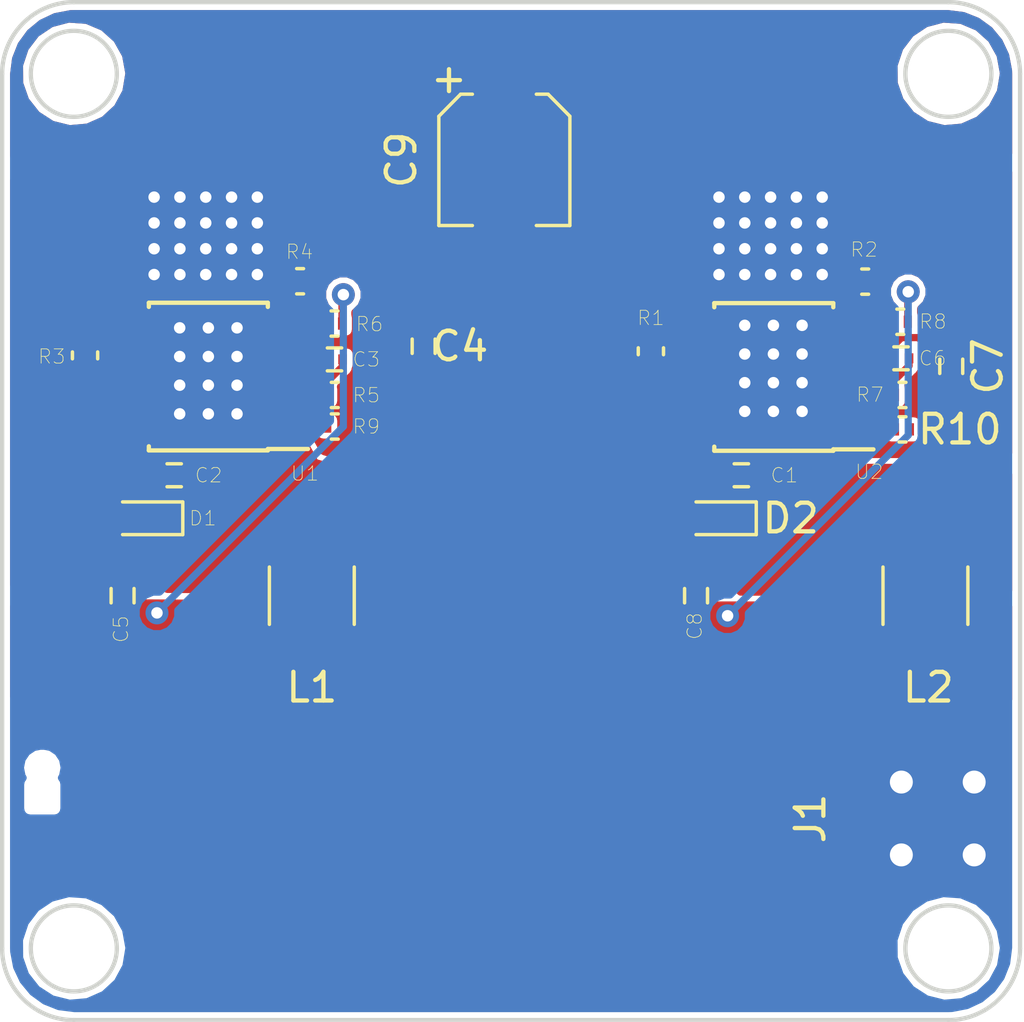
<source format=kicad_pcb>
(kicad_pcb (version 20171130) (host pcbnew "(5.0.1)-3")

  (general
    (thickness 1.6)
    (drawings 12)
    (tracks 123)
    (zones 0)
    (modules 26)
    (nets 18)
  )

  (page A4)
  (layers
    (0 F.Cu signal)
    (31 B.Cu signal hide)
    (32 B.Adhes user)
    (33 F.Adhes user)
    (34 B.Paste user)
    (35 F.Paste user)
    (36 B.SilkS user)
    (37 F.SilkS user)
    (38 B.Mask user)
    (39 F.Mask user)
    (40 Dwgs.User user)
    (41 Cmts.User user)
    (42 Eco1.User user)
    (43 Eco2.User user)
    (44 Edge.Cuts user)
    (45 Margin user)
    (46 B.CrtYd user)
    (47 F.CrtYd user)
    (48 B.Fab user)
    (49 F.Fab user hide)
  )

  (setup
    (last_trace_width 0.25)
    (trace_clearance 0.15)
    (zone_clearance 0.2)
    (zone_45_only no)
    (trace_min 0.2)
    (segment_width 0.2)
    (edge_width 0.15)
    (via_size 0.8)
    (via_drill 0.4)
    (via_min_size 0.4)
    (via_min_drill 0.3)
    (uvia_size 0.3)
    (uvia_drill 0.1)
    (uvias_allowed no)
    (uvia_min_size 0.2)
    (uvia_min_drill 0.1)
    (pcb_text_width 0.3)
    (pcb_text_size 1.5 1.5)
    (mod_edge_width 0.15)
    (mod_text_size 0.5 0.5)
    (mod_text_width 0.025)
    (pad_size 1.524 1.524)
    (pad_drill 0.762)
    (pad_to_mask_clearance 0.051)
    (solder_mask_min_width 0.25)
    (aux_axis_origin 0 0)
    (visible_elements 7FFDFF7F)
    (pcbplotparams
      (layerselection 0x010fc_ffffffff)
      (usegerberextensions false)
      (usegerberattributes false)
      (usegerberadvancedattributes false)
      (creategerberjobfile false)
      (excludeedgelayer true)
      (linewidth 0.100000)
      (plotframeref false)
      (viasonmask false)
      (mode 1)
      (useauxorigin false)
      (hpglpennumber 1)
      (hpglpenspeed 20)
      (hpglpendiameter 15.000000)
      (psnegative false)
      (psa4output false)
      (plotreference true)
      (plotvalue true)
      (plotinvisibletext false)
      (padsonsilk false)
      (subtractmaskfromsilk false)
      (outputformat 1)
      (mirror false)
      (drillshape 1)
      (scaleselection 1)
      (outputdirectory ""))
  )

  (net 0 "")
  (net 1 GND)
  (net 2 EN)
  (net 3 "Net-(R3-Pad1)")
  (net 4 "Net-(R4-Pad1)")
  (net 5 "Net-(C3-Pad2)")
  (net 6 "Net-(C2-Pad1)")
  (net 7 "Net-(C2-Pad2)")
  (net 8 "Net-(C3-Pad1)")
  (net 9 "Net-(R2-Pad1)")
  (net 10 3.3V_OUT)
  (net 11 "Net-(C6-Pad2)")
  (net 12 5V_OUT)
  (net 13 "Net-(R1-Pad1)")
  (net 14 RAW)
  (net 15 "Net-(C1-Pad1)")
  (net 16 "Net-(C1-Pad2)")
  (net 17 "Net-(C6-Pad1)")

  (net_class Default "This is the default net class."
    (clearance 0.15)
    (trace_width 0.25)
    (via_dia 0.8)
    (via_drill 0.4)
    (uvia_dia 0.3)
    (uvia_drill 0.1)
    (add_net 3.3V_OUT)
    (add_net 5V_OUT)
    (add_net EN)
    (add_net GND)
    (add_net "Net-(C1-Pad1)")
    (add_net "Net-(C1-Pad2)")
    (add_net "Net-(C2-Pad1)")
    (add_net "Net-(C2-Pad2)")
    (add_net "Net-(C3-Pad1)")
    (add_net "Net-(C3-Pad2)")
    (add_net "Net-(C6-Pad1)")
    (add_net "Net-(C6-Pad2)")
    (add_net "Net-(R1-Pad1)")
    (add_net "Net-(R2-Pad1)")
    (add_net "Net-(R3-Pad1)")
    (add_net "Net-(R4-Pad1)")
    (add_net RAW)
  )

  (module Capacitors_SMD:C_0201 (layer F.Cu) (tedit 58AA83DF) (tstamp 5C5A729D)
    (at 64.7 69.5 270)
    (descr "Capacitor SMD 0201, reflow soldering, AVX (see smccp.pdf)")
    (tags "capacitor 0201")
    (path /5C1783E7)
    (attr smd)
    (fp_text reference C4 (at 0 -1.27) (layer F.SilkS)
      (effects (font (size 1 1) (thickness 0.15)))
    )
    (fp_text value NS (at 0 1.27 270) (layer F.Fab)
      (effects (font (size 1 1) (thickness 0.15)))
    )
    (fp_line (start 0.58 0.32) (end -0.58 0.32) (layer F.CrtYd) (width 0.05))
    (fp_line (start 0.58 0.32) (end 0.58 -0.33) (layer F.CrtYd) (width 0.05))
    (fp_line (start -0.58 -0.33) (end -0.58 0.32) (layer F.CrtYd) (width 0.05))
    (fp_line (start -0.58 -0.33) (end 0.58 -0.33) (layer F.CrtYd) (width 0.05))
    (fp_line (start -0.25 -0.4) (end 0.25 -0.4) (layer F.SilkS) (width 0.12))
    (fp_line (start 0.25 0.4) (end -0.25 0.4) (layer F.SilkS) (width 0.12))
    (fp_line (start -0.3 -0.15) (end 0.3 -0.15) (layer F.Fab) (width 0.1))
    (fp_line (start 0.3 -0.15) (end 0.3 0.15) (layer F.Fab) (width 0.1))
    (fp_line (start 0.3 0.15) (end -0.3 0.15) (layer F.Fab) (width 0.1))
    (fp_line (start -0.3 0.15) (end -0.3 -0.15) (layer F.Fab) (width 0.1))
    (fp_text user %R (at 0 -1.27 270) (layer F.Fab)
      (effects (font (size 1 1) (thickness 0.15)))
    )
    (pad 2 smd rect (at 0.28 0 270) (size 0.3 0.35) (layers F.Cu F.Paste F.Mask)
      (net 1 GND))
    (pad 1 smd rect (at -0.28 0 270) (size 0.3 0.35) (layers F.Cu F.Paste F.Mask)
      (net 8 "Net-(C3-Pad1)"))
    (model Capacitors_SMD.3dshapes/C_0201.wrl
      (at (xyz 0 0 0))
      (scale (xyz 1 1 1))
      (rotate (xyz 0 0 0))
    )
  )

  (module Wire_Pads:SolderWirePad_4xSquare_0-8mmDrill (layer F.Cu) (tedit 0) (tstamp 5C5A7AD3)
    (at 82.63 85.97 90)
    (path /5C5AB8F1)
    (fp_text reference J1 (at 0 -4.445 90) (layer F.SilkS)
      (effects (font (size 1 1) (thickness 0.15)))
    )
    (fp_text value Conn_01x01_Male (at 0 3.81 90) (layer F.Fab)
      (effects (font (size 1 1) (thickness 0.15)))
    )
    (pad 1 thru_hole circle (at 1.27 -1.27 90) (size 1.99898 1.99898) (drill 0.8001) (layers *.Cu *.Mask)
      (net 14 RAW))
    (pad 1 thru_hole circle (at -1.27 -1.27 90) (size 1.99898 1.99898) (drill 0.8001) (layers *.Cu *.Mask)
      (net 14 RAW))
    (pad 1 thru_hole circle (at 1.27 1.27 90) (size 1.99898 1.99898) (drill 0.8001) (layers *.Cu *.Mask)
      (net 14 RAW))
    (pad 1 thru_hole circle (at -1.27 1.27 90) (size 1.99898 1.99898) (drill 0.8001) (layers *.Cu *.Mask)
      (net 14 RAW))
  )

  (module Capacitors_SMD:C_0201 (layer F.Cu) (tedit 58AA83DF) (tstamp 5C5A5B1D)
    (at 83.1 70.2 270)
    (descr "Capacitor SMD 0201, reflow soldering, AVX (see smccp.pdf)")
    (tags "capacitor 0201")
    (path /5C181E6A)
    (attr smd)
    (fp_text reference C7 (at 0 -1.27 270) (layer F.SilkS)
      (effects (font (size 1 1) (thickness 0.15)))
    )
    (fp_text value NS (at 0 1.27 270) (layer F.Fab)
      (effects (font (size 1 1) (thickness 0.15)))
    )
    (fp_line (start 0.58 0.32) (end -0.58 0.32) (layer F.CrtYd) (width 0.05))
    (fp_line (start 0.58 0.32) (end 0.58 -0.33) (layer F.CrtYd) (width 0.05))
    (fp_line (start -0.58 -0.33) (end -0.58 0.32) (layer F.CrtYd) (width 0.05))
    (fp_line (start -0.58 -0.33) (end 0.58 -0.33) (layer F.CrtYd) (width 0.05))
    (fp_line (start -0.25 -0.4) (end 0.25 -0.4) (layer F.SilkS) (width 0.12))
    (fp_line (start 0.25 0.4) (end -0.25 0.4) (layer F.SilkS) (width 0.12))
    (fp_line (start -0.3 -0.15) (end 0.3 -0.15) (layer F.Fab) (width 0.1))
    (fp_line (start 0.3 -0.15) (end 0.3 0.15) (layer F.Fab) (width 0.1))
    (fp_line (start 0.3 0.15) (end -0.3 0.15) (layer F.Fab) (width 0.1))
    (fp_line (start -0.3 0.15) (end -0.3 -0.15) (layer F.Fab) (width 0.1))
    (fp_text user %R (at 0 -1.27 270) (layer F.Fab)
      (effects (font (size 1 1) (thickness 0.15)))
    )
    (pad 2 smd rect (at 0.28 0 270) (size 0.3 0.35) (layers F.Cu F.Paste F.Mask)
      (net 1 GND))
    (pad 1 smd rect (at -0.28 0 270) (size 0.3 0.35) (layers F.Cu F.Paste F.Mask)
      (net 17 "Net-(C6-Pad1)"))
    (model Capacitors_SMD.3dshapes/C_0201.wrl
      (at (xyz 0 0 0))
      (scale (xyz 1 1 1))
      (rotate (xyz 0 0 0))
    )
  )

  (module Capacitors_SMD:CP_Elec_4x4.5 (layer F.Cu) (tedit 5C1852D8) (tstamp 5C181B59)
    (at 67.5 63 270)
    (descr "SMT capacitor, aluminium electrolytic, 4x4.5")
    (path /5C1901BD)
    (attr smd)
    (fp_text reference C9 (at 0 3.58 90) (layer F.SilkS)
      (effects (font (size 1 1) (thickness 0.15)))
    )
    (fp_text value 10uF (at 0 -3.45 90) (layer F.Fab)
      (effects (font (size 1 1) (thickness 0.15)))
    )
    (fp_circle (center 0 0) (end 0.1 2.1) (layer F.Fab) (width 0.1))
    (fp_text user + (at -1.24 -0.08 270) (layer F.Fab)
      (effects (font (size 1 1) (thickness 0.15)))
    )
    (fp_text user + (at -2.78 1.99 90) (layer F.SilkS)
      (effects (font (size 1 1) (thickness 0.15)))
    )
    (fp_text user %R (at 0 3.58 90) (layer F.Fab)
      (effects (font (size 1 1) (thickness 0.15)))
    )
    (fp_line (start 2.13 2.12) (end 2.13 -2.15) (layer F.Fab) (width 0.1))
    (fp_line (start -1.46 2.12) (end 2.13 2.12) (layer F.Fab) (width 0.1))
    (fp_line (start -2.13 1.45) (end -1.46 2.12) (layer F.Fab) (width 0.1))
    (fp_line (start -2.13 -1.47) (end -2.13 1.45) (layer F.Fab) (width 0.1))
    (fp_line (start -1.46 -2.15) (end -2.13 -1.47) (layer F.Fab) (width 0.1))
    (fp_line (start 2.13 -2.15) (end -1.46 -2.15) (layer F.Fab) (width 0.1))
    (fp_line (start 2.29 -2.3) (end 2.29 -1.13) (layer F.SilkS) (width 0.12))
    (fp_line (start 2.29 2.27) (end 2.29 1.1) (layer F.SilkS) (width 0.12))
    (fp_line (start -2.29 1.51) (end -2.29 1.1) (layer F.SilkS) (width 0.12))
    (fp_line (start -2.29 -1.54) (end -2.29 -1.13) (layer F.SilkS) (width 0.12))
    (fp_line (start -1.52 -2.3) (end 2.29 -2.3) (layer F.SilkS) (width 0.12))
    (fp_line (start -1.52 -2.3) (end -2.29 -1.54) (layer F.SilkS) (width 0.12))
    (fp_line (start -1.52 2.27) (end 2.29 2.27) (layer F.SilkS) (width 0.12))
    (fp_line (start -1.52 2.27) (end -2.29 1.51) (layer F.SilkS) (width 0.12))
    (fp_line (start -3.35 -2.4) (end 3.35 -2.4) (layer F.CrtYd) (width 0.05))
    (fp_line (start -3.35 -2.4) (end -3.35 2.37) (layer F.CrtYd) (width 0.05))
    (fp_line (start 3.35 2.37) (end 3.35 -2.4) (layer F.CrtYd) (width 0.05))
    (fp_line (start 3.35 2.37) (end -3.35 2.37) (layer F.CrtYd) (width 0.05))
    (pad 1 smd rect (at -1.8 0 90) (size 2.6 1.6) (layers F.Cu F.Paste F.Mask)
      (net 14 RAW))
    (pad 2 smd rect (at 1.8 0 90) (size 2.6 1.6) (layers F.Cu F.Paste F.Mask)
      (net 1 GND))
    (model Capacitors_SMD.3dshapes/CP_Elec_4x4.5.wrl
      (at (xyz 0 0 0))
      (scale (xyz 1 1 1))
      (rotate (xyz 0 0 180))
    )
  )

  (module Capacitors_SMD:C_0201 (layer F.Cu) (tedit 5C1A9E63) (tstamp 5C181B2E)
    (at 75.78 74 180)
    (descr "Capacitor SMD 0201, reflow soldering, AVX (see smccp.pdf)")
    (tags "capacitor 0201")
    (path /5C181E18)
    (attr smd)
    (fp_text reference C1 (at -1.5 0) (layer F.SilkS)
      (effects (font (size 0.5 0.5) (thickness 0.025)))
    )
    (fp_text value 100nF (at 0 1.27 180) (layer F.Fab)
      (effects (font (size 1 1) (thickness 0.15)))
    )
    (fp_text user %R (at 0.66 -2.69 180) (layer F.Fab) hide
      (effects (font (size 1 1) (thickness 0.15)))
    )
    (fp_line (start -0.3 0.15) (end -0.3 -0.15) (layer F.Fab) (width 0.1))
    (fp_line (start 0.3 0.15) (end -0.3 0.15) (layer F.Fab) (width 0.1))
    (fp_line (start 0.3 -0.15) (end 0.3 0.15) (layer F.Fab) (width 0.1))
    (fp_line (start -0.3 -0.15) (end 0.3 -0.15) (layer F.Fab) (width 0.1))
    (fp_line (start 0.25 0.4) (end -0.25 0.4) (layer F.SilkS) (width 0.12))
    (fp_line (start -0.25 -0.4) (end 0.25 -0.4) (layer F.SilkS) (width 0.12))
    (fp_line (start -0.58 -0.33) (end 0.58 -0.33) (layer F.CrtYd) (width 0.05))
    (fp_line (start -0.58 -0.33) (end -0.58 0.32) (layer F.CrtYd) (width 0.05))
    (fp_line (start 0.58 0.32) (end 0.58 -0.33) (layer F.CrtYd) (width 0.05))
    (fp_line (start 0.58 0.32) (end -0.58 0.32) (layer F.CrtYd) (width 0.05))
    (pad 1 smd rect (at -0.28 0 180) (size 0.3 0.35) (layers F.Cu F.Paste F.Mask)
      (net 15 "Net-(C1-Pad1)"))
    (pad 2 smd rect (at 0.28 0 180) (size 0.3 0.35) (layers F.Cu F.Paste F.Mask)
      (net 16 "Net-(C1-Pad2)"))
    (model Capacitors_SMD.3dshapes/C_0201.wrl
      (at (xyz 0 0 0))
      (scale (xyz 1 1 1))
      (rotate (xyz 0 0 0))
    )
  )

  (module Capacitors_SMD:C_0201 (layer F.Cu) (tedit 5C1A9DD1) (tstamp 5C181ABC)
    (at 81.348558 69.921446)
    (descr "Capacitor SMD 0201, reflow soldering, AVX (see smccp.pdf)")
    (tags "capacitor 0201")
    (path /5C181E62)
    (attr smd)
    (fp_text reference C6 (at 1.101442 -0.001446) (layer F.SilkS)
      (effects (font (size 0.5 0.5) (thickness 0.025)))
    )
    (fp_text value 220pF (at 0 1.27) (layer F.Fab)
      (effects (font (size 1 1) (thickness 0.15)))
    )
    (fp_text user %R (at 1.651442 0.078554) (layer F.Fab) hide
      (effects (font (size 1 1) (thickness 0.15)))
    )
    (fp_line (start -0.3 0.15) (end -0.3 -0.15) (layer F.Fab) (width 0.1))
    (fp_line (start 0.3 0.15) (end -0.3 0.15) (layer F.Fab) (width 0.1))
    (fp_line (start 0.3 -0.15) (end 0.3 0.15) (layer F.Fab) (width 0.1))
    (fp_line (start -0.3 -0.15) (end 0.3 -0.15) (layer F.Fab) (width 0.1))
    (fp_line (start 0.25 0.4) (end -0.25 0.4) (layer F.SilkS) (width 0.12))
    (fp_line (start -0.25 -0.4) (end 0.25 -0.4) (layer F.SilkS) (width 0.12))
    (fp_line (start -0.58 -0.33) (end 0.58 -0.33) (layer F.CrtYd) (width 0.05))
    (fp_line (start -0.58 -0.33) (end -0.58 0.32) (layer F.CrtYd) (width 0.05))
    (fp_line (start 0.58 0.32) (end 0.58 -0.33) (layer F.CrtYd) (width 0.05))
    (fp_line (start 0.58 0.32) (end -0.58 0.32) (layer F.CrtYd) (width 0.05))
    (pad 1 smd rect (at -0.28 0) (size 0.3 0.35) (layers F.Cu F.Paste F.Mask)
      (net 17 "Net-(C6-Pad1)"))
    (pad 2 smd rect (at 0.28 0) (size 0.3 0.35) (layers F.Cu F.Paste F.Mask)
      (net 11 "Net-(C6-Pad2)"))
    (model Capacitors_SMD.3dshapes/C_0201.wrl
      (at (xyz 0 0 0))
      (scale (xyz 1 1 1))
      (rotate (xyz 0 0 0))
    )
  )

  (module Capacitors_SMD:C_0201 (layer F.Cu) (tedit 5C1A9E11) (tstamp 5C181A9A)
    (at 74.2 78.2 90)
    (descr "Capacitor SMD 0201, reflow soldering, AVX (see smccp.pdf)")
    (tags "capacitor 0201")
    (path /5C181E9A)
    (attr smd)
    (fp_text reference C8 (at -1.061442 -0.048554 90) (layer F.SilkS)
      (effects (font (size 0.5 0.5) (thickness 0.025)))
    )
    (fp_text value 22uF (at 0 1.27 90) (layer F.Fab)
      (effects (font (size 1 1) (thickness 0.15)))
    )
    (fp_text user %R (at -1.651442 -0.028554 90) (layer F.Fab) hide
      (effects (font (size 1 1) (thickness 0.15)))
    )
    (fp_line (start -0.3 0.15) (end -0.3 -0.15) (layer F.Fab) (width 0.1))
    (fp_line (start 0.3 0.15) (end -0.3 0.15) (layer F.Fab) (width 0.1))
    (fp_line (start 0.3 -0.15) (end 0.3 0.15) (layer F.Fab) (width 0.1))
    (fp_line (start -0.3 -0.15) (end 0.3 -0.15) (layer F.Fab) (width 0.1))
    (fp_line (start 0.25 0.4) (end -0.25 0.4) (layer F.SilkS) (width 0.12))
    (fp_line (start -0.25 -0.4) (end 0.25 -0.4) (layer F.SilkS) (width 0.12))
    (fp_line (start -0.58 -0.33) (end 0.58 -0.33) (layer F.CrtYd) (width 0.05))
    (fp_line (start -0.58 -0.33) (end -0.58 0.32) (layer F.CrtYd) (width 0.05))
    (fp_line (start 0.58 0.32) (end 0.58 -0.33) (layer F.CrtYd) (width 0.05))
    (fp_line (start 0.58 0.32) (end -0.58 0.32) (layer F.CrtYd) (width 0.05))
    (pad 1 smd rect (at -0.28 0 90) (size 0.3 0.35) (layers F.Cu F.Paste F.Mask)
      (net 10 3.3V_OUT))
    (pad 2 smd rect (at 0.28 0 90) (size 0.3 0.35) (layers F.Cu F.Paste F.Mask)
      (net 1 GND))
    (model Capacitors_SMD.3dshapes/C_0201.wrl
      (at (xyz 0 0 0))
      (scale (xyz 1 1 1))
      (rotate (xyz 0 0 0))
    )
  )

  (module Diodes_SMD:D_0603 (layer F.Cu) (tedit 5C1AA831) (tstamp 5C181A5B)
    (at 75 75.5 180)
    (descr "Diode SMD in 0603 package http://datasheets.avx.com/schottky.pdf")
    (tags "smd diode")
    (path /5C181E88)
    (attr smd)
    (fp_text reference D2 (at -2.5 0 180) (layer F.SilkS)
      (effects (font (size 1 1) (thickness 0.15)))
    )
    (fp_text value Zener (at 0 1.4 180) (layer F.Fab)
      (effects (font (size 1 1) (thickness 0.15)))
    )
    (fp_text user %R (at 0 -1.4 180) (layer F.Fab) hide
      (effects (font (size 1 1) (thickness 0.15)))
    )
    (fp_line (start -1.3 -0.57) (end -1.3 0.57) (layer F.SilkS) (width 0.12))
    (fp_line (start 1.4 0.67) (end 1.4 -0.67) (layer F.CrtYd) (width 0.05))
    (fp_line (start -1.4 0.67) (end 1.4 0.67) (layer F.CrtYd) (width 0.05))
    (fp_line (start -1.4 -0.67) (end -1.4 0.67) (layer F.CrtYd) (width 0.05))
    (fp_line (start 1.4 -0.67) (end -1.4 -0.67) (layer F.CrtYd) (width 0.05))
    (fp_line (start 0.2 0) (end 0.4 0) (layer F.Fab) (width 0.1))
    (fp_line (start -0.1 0) (end -0.3 0) (layer F.Fab) (width 0.1))
    (fp_line (start -0.1 -0.2) (end -0.1 0.2) (layer F.Fab) (width 0.1))
    (fp_line (start 0.2 0.2) (end 0.2 -0.2) (layer F.Fab) (width 0.1))
    (fp_line (start -0.1 0) (end 0.2 0.2) (layer F.Fab) (width 0.1))
    (fp_line (start 0.2 -0.2) (end -0.1 0) (layer F.Fab) (width 0.1))
    (fp_line (start -0.8 0.45) (end -0.8 -0.45) (layer F.Fab) (width 0.1))
    (fp_line (start 0.8 0.45) (end -0.8 0.45) (layer F.Fab) (width 0.1))
    (fp_line (start 0.8 -0.45) (end 0.8 0.45) (layer F.Fab) (width 0.1))
    (fp_line (start -0.8 -0.45) (end 0.8 -0.45) (layer F.Fab) (width 0.1))
    (fp_line (start -1.3 0.57) (end 0.8 0.57) (layer F.SilkS) (width 0.12))
    (fp_line (start -1.3 -0.57) (end 0.8 -0.57) (layer F.SilkS) (width 0.12))
    (pad 1 smd rect (at -0.85 0 180) (size 0.6 0.8) (layers F.Cu F.Paste F.Mask)
      (net 15 "Net-(C1-Pad1)"))
    (pad 2 smd rect (at 0.85 0 180) (size 0.6 0.8) (layers F.Cu F.Paste F.Mask)
      (net 1 GND))
    (model ${KISYS3DMOD}/Diodes_SMD.3dshapes/D_0603.wrl
      (at (xyz 0 0 0))
      (scale (xyz 1 1 1))
      (rotate (xyz 0 0 0))
    )
  )

  (module Housings_SOIC:SOIC-8-1EP_3.9x4.9mm_Pitch1.27mm (layer F.Cu) (tedit 5C1A9EE4) (tstamp 5C181A03)
    (at 76.911058 70.571446 180)
    (descr "8-Lead Thermally Enhanced Plastic Small Outline (SE) - Narrow, 3.90 mm Body [SOIC] (see Microchip Packaging Specification 00000049BS.pdf)")
    (tags "SOIC 1.27")
    (path /5C181E0C)
    (attr smd)
    (fp_text reference U2 (at -3.328942 -3.308554 180) (layer F.SilkS)
      (effects (font (size 0.5 0.5) (thickness 0.025)))
    )
    (fp_text value MP1584 (at 0 3.5 180) (layer F.Fab)
      (effects (font (size 1 1) (thickness 0.15)))
    )
    (fp_text user %R (at 0 0 180) (layer F.Fab)
      (effects (font (size 0.9 0.9) (thickness 0.135)))
    )
    (fp_line (start -0.95 -2.45) (end 1.95 -2.45) (layer F.Fab) (width 0.15))
    (fp_line (start 1.95 -2.45) (end 1.95 2.45) (layer F.Fab) (width 0.15))
    (fp_line (start 1.95 2.45) (end -1.95 2.45) (layer F.Fab) (width 0.15))
    (fp_line (start -1.95 2.45) (end -1.95 -1.45) (layer F.Fab) (width 0.15))
    (fp_line (start -1.95 -1.45) (end -0.95 -2.45) (layer F.Fab) (width 0.15))
    (fp_line (start -3.75 -2.75) (end -3.75 2.75) (layer F.CrtYd) (width 0.05))
    (fp_line (start 3.75 -2.75) (end 3.75 2.75) (layer F.CrtYd) (width 0.05))
    (fp_line (start -3.75 -2.75) (end 3.75 -2.75) (layer F.CrtYd) (width 0.05))
    (fp_line (start -3.75 2.75) (end 3.75 2.75) (layer F.CrtYd) (width 0.05))
    (fp_line (start -2.075 -2.575) (end -2.075 -2.525) (layer F.SilkS) (width 0.15))
    (fp_line (start 2.075 -2.575) (end 2.075 -2.43) (layer F.SilkS) (width 0.15))
    (fp_line (start 2.075 2.575) (end 2.075 2.43) (layer F.SilkS) (width 0.15))
    (fp_line (start -2.075 2.575) (end -2.075 2.43) (layer F.SilkS) (width 0.15))
    (fp_line (start -2.075 -2.575) (end 2.075 -2.575) (layer F.SilkS) (width 0.15))
    (fp_line (start -2.075 2.575) (end 2.075 2.575) (layer F.SilkS) (width 0.15))
    (fp_line (start -2.075 -2.525) (end -3.475 -2.525) (layer F.SilkS) (width 0.15))
    (pad 1 smd rect (at -2.7 -1.905 180) (size 1.55 0.6) (layers F.Cu F.Paste F.Mask)
      (net 15 "Net-(C1-Pad1)"))
    (pad 2 smd rect (at -2.7 -0.635 180) (size 1.55 0.6) (layers F.Cu F.Paste F.Mask)
      (net 2 EN))
    (pad 3 smd rect (at -2.7 0.635 180) (size 1.55 0.6) (layers F.Cu F.Paste F.Mask)
      (net 17 "Net-(C6-Pad1)"))
    (pad 4 smd rect (at -2.7 1.905 180) (size 1.55 0.6) (layers F.Cu F.Paste F.Mask)
      (net 9 "Net-(R2-Pad1)"))
    (pad 5 smd rect (at 2.7 1.905 180) (size 1.55 0.6) (layers F.Cu F.Paste F.Mask)
      (net 1 GND))
    (pad 6 smd rect (at 2.7 0.635 180) (size 1.55 0.6) (layers F.Cu F.Paste F.Mask)
      (net 13 "Net-(R1-Pad1)"))
    (pad 7 smd rect (at 2.7 -0.635 180) (size 1.55 0.6) (layers F.Cu F.Paste F.Mask)
      (net 14 RAW))
    (pad 8 smd rect (at 2.7 -1.905 180) (size 1.55 0.6) (layers F.Cu F.Paste F.Mask)
      (net 16 "Net-(C1-Pad2)"))
    (pad 9 smd rect (at 0.5875 0.5875 180) (size 1.175 1.175) (layers F.Cu F.Paste F.Mask)
      (net 1 GND) (solder_paste_margin_ratio -0.2))
    (pad 9 smd rect (at 0.5875 -0.5875 180) (size 1.175 1.175) (layers F.Cu F.Paste F.Mask)
      (net 1 GND) (solder_paste_margin_ratio -0.2))
    (pad 9 smd rect (at -0.5875 0.5875 180) (size 1.175 1.175) (layers F.Cu F.Paste F.Mask)
      (net 1 GND) (solder_paste_margin_ratio -0.2))
    (pad 9 smd rect (at -0.5875 -0.5875 180) (size 1.175 1.175) (layers F.Cu F.Paste F.Mask)
      (net 1 GND) (solder_paste_margin_ratio -0.2))
    (model ${KISYS3DMOD}/Housings_SOIC.3dshapes/SOIC-8-1EP_3.9x4.9mm_Pitch1.27mm.wrl
      (at (xyz 0 0 0))
      (scale (xyz 1 1 1))
      (rotate (xyz 0 0 0))
    )
  )

  (module Inductors_SMD:L_1210 (layer F.Cu) (tedit 58307C54) (tstamp 5C1819E2)
    (at 82.2 78.2 270)
    (descr "Resistor SMD 1210, reflow soldering, Vishay (see dcrcw.pdf)")
    (tags "resistor 1210")
    (path /5C181E81)
    (attr smd)
    (fp_text reference L2 (at 3.2 -0.1) (layer F.SilkS)
      (effects (font (size 1 1) (thickness 0.15)))
    )
    (fp_text value 10uH (at 0 2.7 270) (layer F.Fab)
      (effects (font (size 1 1) (thickness 0.15)))
    )
    (fp_text user %R (at 0 0) (layer F.Fab)
      (effects (font (size 0.5 0.5) (thickness 0.075)))
    )
    (fp_line (start -1.6 1.25) (end -1.6 -1.25) (layer F.Fab) (width 0.1))
    (fp_line (start 1.6 1.25) (end -1.6 1.25) (layer F.Fab) (width 0.1))
    (fp_line (start 1.6 -1.25) (end 1.6 1.25) (layer F.Fab) (width 0.1))
    (fp_line (start -1.6 -1.25) (end 1.6 -1.25) (layer F.Fab) (width 0.1))
    (fp_line (start -2.2 -1.6) (end 2.2 -1.6) (layer F.CrtYd) (width 0.05))
    (fp_line (start -2.2 1.6) (end 2.2 1.6) (layer F.CrtYd) (width 0.05))
    (fp_line (start -2.2 -1.6) (end -2.2 1.6) (layer F.CrtYd) (width 0.05))
    (fp_line (start 2.2 -1.6) (end 2.2 1.6) (layer F.CrtYd) (width 0.05))
    (fp_line (start 1 1.48) (end -1 1.48) (layer F.SilkS) (width 0.12))
    (fp_line (start -1 -1.48) (end 1 -1.48) (layer F.SilkS) (width 0.12))
    (pad 1 smd rect (at -1.45 0 270) (size 0.9 2.5) (layers F.Cu F.Paste F.Mask)
      (net 15 "Net-(C1-Pad1)"))
    (pad 2 smd rect (at 1.45 0 270) (size 0.9 2.5) (layers F.Cu F.Paste F.Mask)
      (net 10 3.3V_OUT))
    (model ${KISYS3DMOD}/Inductors_SMD.3dshapes/L_1210.wrl
      (at (xyz 0 0 0))
      (scale (xyz 1 1 1))
      (rotate (xyz 0 0 0))
    )
  )

  (module Inductors_SMD:L_1210 (layer F.Cu) (tedit 58307C54) (tstamp 5C1819C2)
    (at 60.8 78.2 270)
    (descr "Resistor SMD 1210, reflow soldering, Vishay (see dcrcw.pdf)")
    (tags "resistor 1210")
    (path /5C178B29)
    (attr smd)
    (fp_text reference L1 (at 3.2 0) (layer F.SilkS)
      (effects (font (size 1 1) (thickness 0.15)))
    )
    (fp_text value 15uH (at 0 2.7 270) (layer F.Fab)
      (effects (font (size 1 1) (thickness 0.15)))
    )
    (fp_text user %R (at -0.2 0 270) (layer F.Fab)
      (effects (font (size 0.5 0.5) (thickness 0.075)))
    )
    (fp_line (start -1.6 1.25) (end -1.6 -1.25) (layer F.Fab) (width 0.1))
    (fp_line (start 1.6 1.25) (end -1.6 1.25) (layer F.Fab) (width 0.1))
    (fp_line (start 1.6 -1.25) (end 1.6 1.25) (layer F.Fab) (width 0.1))
    (fp_line (start -1.6 -1.25) (end 1.6 -1.25) (layer F.Fab) (width 0.1))
    (fp_line (start -2.2 -1.6) (end 2.2 -1.6) (layer F.CrtYd) (width 0.05))
    (fp_line (start -2.2 1.6) (end 2.2 1.6) (layer F.CrtYd) (width 0.05))
    (fp_line (start -2.2 -1.6) (end -2.2 1.6) (layer F.CrtYd) (width 0.05))
    (fp_line (start 2.2 -1.6) (end 2.2 1.6) (layer F.CrtYd) (width 0.05))
    (fp_line (start 1 1.48) (end -1 1.48) (layer F.SilkS) (width 0.12))
    (fp_line (start -1 -1.48) (end 1 -1.48) (layer F.SilkS) (width 0.12))
    (pad 1 smd rect (at -1.45 0 270) (size 0.9 2.5) (layers F.Cu F.Paste F.Mask)
      (net 6 "Net-(C2-Pad1)"))
    (pad 2 smd rect (at 1.45 0 270) (size 0.9 2.5) (layers F.Cu F.Paste F.Mask)
      (net 12 5V_OUT))
    (model ${KISYS3DMOD}/Inductors_SMD.3dshapes/L_1210.wrl
      (at (xyz 0 0 0))
      (scale (xyz 1 1 1))
      (rotate (xyz 0 0 0))
    )
  )

  (module Resistors_SMD:R_0201 (layer F.Cu) (tedit 5CBCE920) (tstamp 5C1819C1)
    (at 61.6 72.3)
    (descr "Resistor SMD 0201, reflow soldering, Vishay (see crcw0201e3.pdf)")
    (tags "resistor 0201")
    (path /5C1901AF)
    (attr smd)
    (fp_text reference R9 (at 1.1 0 180) (layer F.SilkS)
      (effects (font (size 0.5 0.5) (thickness 0.025)))
    )
    (fp_text value 24.9k (at 0 1.3) (layer F.Fab)
      (effects (font (size 1 1) (thickness 0.15)))
    )
    (fp_text user %R (at 1.55 0.78) (layer F.Fab) hide
      (effects (font (size 1 1) (thickness 0.15)))
    )
    (fp_line (start -0.3 0.15) (end -0.3 -0.15) (layer F.Fab) (width 0.1))
    (fp_line (start 0.3 0.15) (end -0.3 0.15) (layer F.Fab) (width 0.1))
    (fp_line (start 0.3 -0.15) (end 0.3 0.15) (layer F.Fab) (width 0.1))
    (fp_line (start -0.3 -0.15) (end 0.3 -0.15) (layer F.Fab) (width 0.1))
    (fp_line (start 0.12 -0.44) (end -0.12 -0.44) (layer F.SilkS) (width 0.12))
    (fp_line (start -0.12 0.44) (end 0.12 0.44) (layer F.SilkS) (width 0.12))
    (fp_line (start -0.55 -0.37) (end 0.55 -0.37) (layer F.CrtYd) (width 0.05))
    (fp_line (start -0.55 -0.37) (end -0.55 0.36) (layer F.CrtYd) (width 0.05))
    (fp_line (start 0.55 0.36) (end 0.55 -0.37) (layer F.CrtYd) (width 0.05))
    (fp_line (start 0.55 0.36) (end -0.55 0.36) (layer F.CrtYd) (width 0.05))
    (pad 1 smd rect (at -0.26 0) (size 0.28 0.43) (layers F.Cu F.Paste F.Mask)
      (net 2 EN))
    (pad 2 smd rect (at 0.26 0) (size 0.28 0.43) (layers F.Cu F.Paste F.Mask)
      (net 1 GND))
    (model ${KISYS3DMOD}/Resistors_SMD.3dshapes/R_0201.wrl
      (at (xyz 0 0 0))
      (scale (xyz 1 1 1))
      (rotate (xyz 0 0 0))
    )
  )

  (module Resistors_SMD:R_0201 (layer F.Cu) (tedit 5C1AA858) (tstamp 5C1819B0)
    (at 81.4 72.4 180)
    (descr "Resistor SMD 0201, reflow soldering, Vishay (see crcw0201e3.pdf)")
    (tags "resistor 0201")
    (path /5C1901CD)
    (attr smd)
    (fp_text reference R10 (at -2 0) (layer F.SilkS)
      (effects (font (size 1 1) (thickness 0.15)))
    )
    (fp_text value 100k (at 0 1.3 180) (layer F.Fab)
      (effects (font (size 1 1) (thickness 0.15)))
    )
    (fp_text user %R (at 0.09 -3.85 180) (layer F.Fab) hide
      (effects (font (size 1 1) (thickness 0.15)))
    )
    (fp_line (start -0.3 0.15) (end -0.3 -0.15) (layer F.Fab) (width 0.1))
    (fp_line (start 0.3 0.15) (end -0.3 0.15) (layer F.Fab) (width 0.1))
    (fp_line (start 0.3 -0.15) (end 0.3 0.15) (layer F.Fab) (width 0.1))
    (fp_line (start -0.3 -0.15) (end 0.3 -0.15) (layer F.Fab) (width 0.1))
    (fp_line (start 0.12 -0.44) (end -0.12 -0.44) (layer F.SilkS) (width 0.12))
    (fp_line (start -0.12 0.44) (end 0.12 0.44) (layer F.SilkS) (width 0.12))
    (fp_line (start -0.55 -0.37) (end 0.55 -0.37) (layer F.CrtYd) (width 0.05))
    (fp_line (start -0.55 -0.37) (end -0.55 0.36) (layer F.CrtYd) (width 0.05))
    (fp_line (start 0.55 0.36) (end 0.55 -0.37) (layer F.CrtYd) (width 0.05))
    (fp_line (start 0.55 0.36) (end -0.55 0.36) (layer F.CrtYd) (width 0.05))
    (pad 1 smd rect (at -0.26 0 180) (size 0.28 0.43) (layers F.Cu F.Paste F.Mask)
      (net 14 RAW))
    (pad 2 smd rect (at 0.26 0 180) (size 0.28 0.43) (layers F.Cu F.Paste F.Mask)
      (net 2 EN))
    (model ${KISYS3DMOD}/Resistors_SMD.3dshapes/R_0201.wrl
      (at (xyz 0 0 0))
      (scale (xyz 1 1 1))
      (rotate (xyz 0 0 0))
    )
  )

  (module Resistors_SMD:R_0201 (layer F.Cu) (tedit 5C1A9DE8) (tstamp 5C1818FF)
    (at 81.4 71.2)
    (descr "Resistor SMD 0201, reflow soldering, Vishay (see crcw0201e3.pdf)")
    (tags "resistor 0201")
    (path /5C181E71)
    (attr smd)
    (fp_text reference R7 (at -1.136442 -0.008554) (layer F.SilkS)
      (effects (font (size 0.5 0.5) (thickness 0.025)))
    )
    (fp_text value 68.1k (at 0 1.3) (layer F.Fab)
      (effects (font (size 1 1) (thickness 0.15)))
    )
    (fp_text user %R (at -1.676442 -0.328554) (layer F.Fab) hide
      (effects (font (size 1 1) (thickness 0.15)))
    )
    (fp_line (start -0.3 0.15) (end -0.3 -0.15) (layer F.Fab) (width 0.1))
    (fp_line (start 0.3 0.15) (end -0.3 0.15) (layer F.Fab) (width 0.1))
    (fp_line (start 0.3 -0.15) (end 0.3 0.15) (layer F.Fab) (width 0.1))
    (fp_line (start -0.3 -0.15) (end 0.3 -0.15) (layer F.Fab) (width 0.1))
    (fp_line (start 0.12 -0.44) (end -0.12 -0.44) (layer F.SilkS) (width 0.12))
    (fp_line (start -0.12 0.44) (end 0.12 0.44) (layer F.SilkS) (width 0.12))
    (fp_line (start -0.55 -0.37) (end 0.55 -0.37) (layer F.CrtYd) (width 0.05))
    (fp_line (start -0.55 -0.37) (end -0.55 0.36) (layer F.CrtYd) (width 0.05))
    (fp_line (start 0.55 0.36) (end 0.55 -0.37) (layer F.CrtYd) (width 0.05))
    (fp_line (start 0.55 0.36) (end -0.55 0.36) (layer F.CrtYd) (width 0.05))
    (pad 1 smd rect (at -0.26 0) (size 0.28 0.43) (layers F.Cu F.Paste F.Mask)
      (net 11 "Net-(C6-Pad2)"))
    (pad 2 smd rect (at 0.26 0) (size 0.28 0.43) (layers F.Cu F.Paste F.Mask)
      (net 1 GND))
    (model ${KISYS3DMOD}/Resistors_SMD.3dshapes/R_0201.wrl
      (at (xyz 0 0 0))
      (scale (xyz 1 1 1))
      (rotate (xyz 0 0 0))
    )
  )

  (module Resistors_SMD:R_0201 (layer F.Cu) (tedit 5C1A9DAD) (tstamp 5C1818EE)
    (at 81.323558 68.646446 180)
    (descr "Resistor SMD 0201, reflow soldering, Vishay (see crcw0201e3.pdf)")
    (tags "resistor 0201")
    (path /5C181EB7)
    (attr smd)
    (fp_text reference R8 (at -1.136442 0.006446 180) (layer F.SilkS)
      (effects (font (size 0.5 0.5) (thickness 0.025)))
    )
    (fp_text value 124k (at 0 1.3 180) (layer F.Fab)
      (effects (font (size 1 1) (thickness 0.15)))
    )
    (fp_text user %R (at -1.676442 0.146446 180) (layer F.Fab) hide
      (effects (font (size 1 1) (thickness 0.15)))
    )
    (fp_line (start -0.3 0.15) (end -0.3 -0.15) (layer F.Fab) (width 0.1))
    (fp_line (start 0.3 0.15) (end -0.3 0.15) (layer F.Fab) (width 0.1))
    (fp_line (start 0.3 -0.15) (end 0.3 0.15) (layer F.Fab) (width 0.1))
    (fp_line (start -0.3 -0.15) (end 0.3 -0.15) (layer F.Fab) (width 0.1))
    (fp_line (start 0.12 -0.44) (end -0.12 -0.44) (layer F.SilkS) (width 0.12))
    (fp_line (start -0.12 0.44) (end 0.12 0.44) (layer F.SilkS) (width 0.12))
    (fp_line (start -0.55 -0.37) (end 0.55 -0.37) (layer F.CrtYd) (width 0.05))
    (fp_line (start -0.55 -0.37) (end -0.55 0.36) (layer F.CrtYd) (width 0.05))
    (fp_line (start 0.55 0.36) (end 0.55 -0.37) (layer F.CrtYd) (width 0.05))
    (fp_line (start 0.55 0.36) (end -0.55 0.36) (layer F.CrtYd) (width 0.05))
    (pad 1 smd rect (at -0.26 0 180) (size 0.28 0.43) (layers F.Cu F.Paste F.Mask)
      (net 10 3.3V_OUT))
    (pad 2 smd rect (at 0.26 0 180) (size 0.28 0.43) (layers F.Cu F.Paste F.Mask)
      (net 9 "Net-(R2-Pad1)"))
    (model ${KISYS3DMOD}/Resistors_SMD.3dshapes/R_0201.wrl
      (at (xyz 0 0 0))
      (scale (xyz 1 1 1))
      (rotate (xyz 0 0 0))
    )
  )

  (module Capacitors_SMD:C_0201 (layer F.Cu) (tedit 5C1A9E7E) (tstamp 5C1823F7)
    (at 54.2 78.2 90)
    (descr "Capacitor SMD 0201, reflow soldering, AVX (see smccp.pdf)")
    (tags "capacitor 0201")
    (path /5C179B11)
    (attr smd)
    (fp_text reference C5 (at -1.168713 -0.056327 -90) (layer F.SilkS)
      (effects (font (size 0.5 0.5) (thickness 0.025)))
    )
    (fp_text value 22uF (at 0.25 1 90) (layer F.Fab)
      (effects (font (size 1 1) (thickness 0.15)))
    )
    (fp_text user %R (at 0 -1.27 90) (layer F.Fab) hide
      (effects (font (size 1 1) (thickness 0.15)))
    )
    (fp_line (start -0.3 0.15) (end -0.3 -0.15) (layer F.Fab) (width 0.1))
    (fp_line (start 0.3 0.15) (end -0.3 0.15) (layer F.Fab) (width 0.1))
    (fp_line (start 0.3 -0.15) (end 0.3 0.15) (layer F.Fab) (width 0.1))
    (fp_line (start -0.3 -0.15) (end 0.3 -0.15) (layer F.Fab) (width 0.1))
    (fp_line (start 0.25 0.4) (end -0.25 0.4) (layer F.SilkS) (width 0.12))
    (fp_line (start -0.25 -0.4) (end 0.25 -0.4) (layer F.SilkS) (width 0.12))
    (fp_line (start -0.58 -0.33) (end 0.58 -0.33) (layer F.CrtYd) (width 0.05))
    (fp_line (start -0.58 -0.33) (end -0.58 0.32) (layer F.CrtYd) (width 0.05))
    (fp_line (start 0.58 0.32) (end 0.58 -0.33) (layer F.CrtYd) (width 0.05))
    (fp_line (start 0.58 0.32) (end -0.58 0.32) (layer F.CrtYd) (width 0.05))
    (pad 1 smd rect (at -0.28 0 90) (size 0.3 0.35) (layers F.Cu F.Paste F.Mask)
      (net 12 5V_OUT))
    (pad 2 smd rect (at 0.28 0 90) (size 0.3 0.35) (layers F.Cu F.Paste F.Mask)
      (net 1 GND))
    (model Capacitors_SMD.3dshapes/C_0201.wrl
      (at (xyz 0 0 0))
      (scale (xyz 1 1 1))
      (rotate (xyz 0 0 0))
    )
  )

  (module Capacitors_SMD:C_0201 (layer F.Cu) (tedit 5C1A9E90) (tstamp 5C1823D5)
    (at 61.591287 69.958673)
    (descr "Capacitor SMD 0201, reflow soldering, AVX (see smccp.pdf)")
    (tags "capacitor 0201")
    (path /5C177FF9)
    (attr smd)
    (fp_text reference C3 (at 1.108713 0.001327 180) (layer F.SilkS)
      (effects (font (size 0.5 0.5) (thickness 0.025)))
    )
    (fp_text value 150pF (at 5.28 0) (layer F.Fab) hide
      (effects (font (size 1 1) (thickness 0.15)))
    )
    (fp_text user %R (at 0 -1.27) (layer F.Fab) hide
      (effects (font (size 1 1) (thickness 0.15)))
    )
    (fp_line (start -0.3 0.15) (end -0.3 -0.15) (layer F.Fab) (width 0.1))
    (fp_line (start 0.3 0.15) (end -0.3 0.15) (layer F.Fab) (width 0.1))
    (fp_line (start 0.3 -0.15) (end 0.3 0.15) (layer F.Fab) (width 0.1))
    (fp_line (start -0.3 -0.15) (end 0.3 -0.15) (layer F.Fab) (width 0.1))
    (fp_line (start 0.25 0.4) (end -0.25 0.4) (layer F.SilkS) (width 0.12))
    (fp_line (start -0.25 -0.4) (end 0.25 -0.4) (layer F.SilkS) (width 0.12))
    (fp_line (start -0.58 -0.33) (end 0.58 -0.33) (layer F.CrtYd) (width 0.05))
    (fp_line (start -0.58 -0.33) (end -0.58 0.32) (layer F.CrtYd) (width 0.05))
    (fp_line (start 0.58 0.32) (end 0.58 -0.33) (layer F.CrtYd) (width 0.05))
    (fp_line (start 0.58 0.32) (end -0.58 0.32) (layer F.CrtYd) (width 0.05))
    (pad 1 smd rect (at -0.28 0) (size 0.3 0.35) (layers F.Cu F.Paste F.Mask)
      (net 8 "Net-(C3-Pad1)"))
    (pad 2 smd rect (at 0.28 0) (size 0.3 0.35) (layers F.Cu F.Paste F.Mask)
      (net 5 "Net-(C3-Pad2)"))
    (model Capacitors_SMD.3dshapes/C_0201.wrl
      (at (xyz 0 0 0))
      (scale (xyz 1 1 1))
      (rotate (xyz 0 0 0))
    )
  )

  (module Capacitors_SMD:C_0201 (layer F.Cu) (tedit 5C1A9E78) (tstamp 5C1823C4)
    (at 56 74 180)
    (descr "Capacitor SMD 0201, reflow soldering, AVX (see smccp.pdf)")
    (tags "capacitor 0201")
    (path /5C17631C)
    (attr smd)
    (fp_text reference C2 (at -1.2 0) (layer F.SilkS)
      (effects (font (size 0.5 0.5) (thickness 0.025)))
    )
    (fp_text value 100nF (at 0 1.27 180) (layer F.Fab)
      (effects (font (size 1 1) (thickness 0.15)))
    )
    (fp_text user %R (at 0 -1.27 180) (layer F.Fab) hide
      (effects (font (size 1 1) (thickness 0.15)))
    )
    (fp_line (start -0.3 0.15) (end -0.3 -0.15) (layer F.Fab) (width 0.1))
    (fp_line (start 0.3 0.15) (end -0.3 0.15) (layer F.Fab) (width 0.1))
    (fp_line (start 0.3 -0.15) (end 0.3 0.15) (layer F.Fab) (width 0.1))
    (fp_line (start -0.3 -0.15) (end 0.3 -0.15) (layer F.Fab) (width 0.1))
    (fp_line (start 0.25 0.4) (end -0.25 0.4) (layer F.SilkS) (width 0.12))
    (fp_line (start -0.25 -0.4) (end 0.25 -0.4) (layer F.SilkS) (width 0.12))
    (fp_line (start -0.58 -0.33) (end 0.58 -0.33) (layer F.CrtYd) (width 0.05))
    (fp_line (start -0.58 -0.33) (end -0.58 0.32) (layer F.CrtYd) (width 0.05))
    (fp_line (start 0.58 0.32) (end 0.58 -0.33) (layer F.CrtYd) (width 0.05))
    (fp_line (start 0.58 0.32) (end -0.58 0.32) (layer F.CrtYd) (width 0.05))
    (pad 1 smd rect (at -0.28 0 180) (size 0.3 0.35) (layers F.Cu F.Paste F.Mask)
      (net 6 "Net-(C2-Pad1)"))
    (pad 2 smd rect (at 0.28 0 180) (size 0.3 0.35) (layers F.Cu F.Paste F.Mask)
      (net 7 "Net-(C2-Pad2)"))
    (model Capacitors_SMD.3dshapes/C_0201.wrl
      (at (xyz 0 0 0))
      (scale (xyz 1 1 1))
      (rotate (xyz 0 0 0))
    )
  )

  (module Diodes_SMD:D_0603 (layer F.Cu) (tedit 5C1A9E81) (tstamp 5C1823A2)
    (at 55 75.5 180)
    (descr "Diode SMD in 0603 package http://datasheets.avx.com/schottky.pdf")
    (tags "smd diode")
    (path /5C178C3A)
    (attr smd)
    (fp_text reference D1 (at -2 0) (layer F.SilkS)
      (effects (font (size 0.5 0.5) (thickness 0.025)))
    )
    (fp_text value Zener (at 0 1.4 180) (layer F.Fab)
      (effects (font (size 1 1) (thickness 0.15)))
    )
    (fp_text user %R (at 0 -1.4 180) (layer F.Fab) hide
      (effects (font (size 1 1) (thickness 0.15)))
    )
    (fp_line (start -1.3 -0.57) (end -1.3 0.57) (layer F.SilkS) (width 0.12))
    (fp_line (start 1.4 0.67) (end 1.4 -0.67) (layer F.CrtYd) (width 0.05))
    (fp_line (start -1.4 0.67) (end 1.4 0.67) (layer F.CrtYd) (width 0.05))
    (fp_line (start -1.4 -0.67) (end -1.4 0.67) (layer F.CrtYd) (width 0.05))
    (fp_line (start 1.4 -0.67) (end -1.4 -0.67) (layer F.CrtYd) (width 0.05))
    (fp_line (start 0.2 0) (end 0.4 0) (layer F.Fab) (width 0.1))
    (fp_line (start -0.1 0) (end -0.3 0) (layer F.Fab) (width 0.1))
    (fp_line (start -0.1 -0.2) (end -0.1 0.2) (layer F.Fab) (width 0.1))
    (fp_line (start 0.2 0.2) (end 0.2 -0.2) (layer F.Fab) (width 0.1))
    (fp_line (start -0.1 0) (end 0.2 0.2) (layer F.Fab) (width 0.1))
    (fp_line (start 0.2 -0.2) (end -0.1 0) (layer F.Fab) (width 0.1))
    (fp_line (start -0.8 0.45) (end -0.8 -0.45) (layer F.Fab) (width 0.1))
    (fp_line (start 0.8 0.45) (end -0.8 0.45) (layer F.Fab) (width 0.1))
    (fp_line (start 0.8 -0.45) (end 0.8 0.45) (layer F.Fab) (width 0.1))
    (fp_line (start -0.8 -0.45) (end 0.8 -0.45) (layer F.Fab) (width 0.1))
    (fp_line (start -1.3 0.57) (end 0.8 0.57) (layer F.SilkS) (width 0.12))
    (fp_line (start -1.3 -0.57) (end 0.8 -0.57) (layer F.SilkS) (width 0.12))
    (pad 1 smd rect (at -0.85 0 180) (size 0.6 0.8) (layers F.Cu F.Paste F.Mask)
      (net 6 "Net-(C2-Pad1)"))
    (pad 2 smd rect (at 0.85 0 180) (size 0.6 0.8) (layers F.Cu F.Paste F.Mask)
      (net 1 GND))
    (model ${KISYS3DMOD}/Diodes_SMD.3dshapes/D_0603.wrl
      (at (xyz 0 0 0))
      (scale (xyz 1 1 1))
      (rotate (xyz 0 0 0))
    )
  )

  (module Housings_SOIC:SOIC-8-1EP_3.9x4.9mm_Pitch1.27mm (layer F.Cu) (tedit 58CC8F64) (tstamp 5C18238A)
    (at 57.191287 70.558673 180)
    (descr "8-Lead Thermally Enhanced Plastic Small Outline (SE) - Narrow, 3.90 mm Body [SOIC] (see Microchip Packaging Specification 00000049BS.pdf)")
    (tags "SOIC 1.27")
    (path /5C1761B2)
    (attr smd)
    (fp_text reference U1 (at -3.368713 -3.381327) (layer F.SilkS)
      (effects (font (size 0.5 0.5) (thickness 0.025)))
    )
    (fp_text value MP1584 (at 0 3.5 180) (layer F.Fab)
      (effects (font (size 1 1) (thickness 0.15)))
    )
    (fp_text user %R (at 0 0 180) (layer F.Fab)
      (effects (font (size 0.9 0.9) (thickness 0.135)))
    )
    (fp_line (start -0.95 -2.45) (end 1.95 -2.45) (layer F.Fab) (width 0.15))
    (fp_line (start 1.95 -2.45) (end 1.95 2.45) (layer F.Fab) (width 0.15))
    (fp_line (start 1.95 2.45) (end -1.95 2.45) (layer F.Fab) (width 0.15))
    (fp_line (start -1.95 2.45) (end -1.95 -1.45) (layer F.Fab) (width 0.15))
    (fp_line (start -1.95 -1.45) (end -0.95 -2.45) (layer F.Fab) (width 0.15))
    (fp_line (start -3.75 -2.75) (end -3.75 2.75) (layer F.CrtYd) (width 0.05))
    (fp_line (start 3.75 -2.75) (end 3.75 2.75) (layer F.CrtYd) (width 0.05))
    (fp_line (start -3.75 -2.75) (end 3.75 -2.75) (layer F.CrtYd) (width 0.05))
    (fp_line (start -3.75 2.75) (end 3.75 2.75) (layer F.CrtYd) (width 0.05))
    (fp_line (start -2.075 -2.575) (end -2.075 -2.525) (layer F.SilkS) (width 0.15))
    (fp_line (start 2.075 -2.575) (end 2.075 -2.43) (layer F.SilkS) (width 0.15))
    (fp_line (start 2.075 2.575) (end 2.075 2.43) (layer F.SilkS) (width 0.15))
    (fp_line (start -2.075 2.575) (end -2.075 2.43) (layer F.SilkS) (width 0.15))
    (fp_line (start -2.075 -2.575) (end 2.075 -2.575) (layer F.SilkS) (width 0.15))
    (fp_line (start -2.075 2.575) (end 2.075 2.575) (layer F.SilkS) (width 0.15))
    (fp_line (start -2.075 -2.525) (end -3.475 -2.525) (layer F.SilkS) (width 0.15))
    (pad 1 smd rect (at -2.7 -1.905 180) (size 1.55 0.6) (layers F.Cu F.Paste F.Mask)
      (net 6 "Net-(C2-Pad1)"))
    (pad 2 smd rect (at -2.7 -0.635 180) (size 1.55 0.6) (layers F.Cu F.Paste F.Mask)
      (net 2 EN))
    (pad 3 smd rect (at -2.7 0.635 180) (size 1.55 0.6) (layers F.Cu F.Paste F.Mask)
      (net 8 "Net-(C3-Pad1)"))
    (pad 4 smd rect (at -2.7 1.905 180) (size 1.55 0.6) (layers F.Cu F.Paste F.Mask)
      (net 4 "Net-(R4-Pad1)"))
    (pad 5 smd rect (at 2.7 1.905 180) (size 1.55 0.6) (layers F.Cu F.Paste F.Mask)
      (net 1 GND))
    (pad 6 smd rect (at 2.7 0.635 180) (size 1.55 0.6) (layers F.Cu F.Paste F.Mask)
      (net 3 "Net-(R3-Pad1)"))
    (pad 7 smd rect (at 2.7 -0.635 180) (size 1.55 0.6) (layers F.Cu F.Paste F.Mask)
      (net 14 RAW))
    (pad 8 smd rect (at 2.7 -1.905 180) (size 1.55 0.6) (layers F.Cu F.Paste F.Mask)
      (net 7 "Net-(C2-Pad2)"))
    (pad 9 smd rect (at 0.5875 0.5875 180) (size 1.175 1.175) (layers F.Cu F.Paste F.Mask)
      (net 1 GND) (solder_paste_margin_ratio -0.2))
    (pad 9 smd rect (at 0.5875 -0.5875 180) (size 1.175 1.175) (layers F.Cu F.Paste F.Mask)
      (net 1 GND) (solder_paste_margin_ratio -0.2))
    (pad 9 smd rect (at -0.5875 0.5875 180) (size 1.175 1.175) (layers F.Cu F.Paste F.Mask)
      (net 1 GND) (solder_paste_margin_ratio -0.2))
    (pad 9 smd rect (at -0.5875 -0.5875 180) (size 1.175 1.175) (layers F.Cu F.Paste F.Mask)
      (net 1 GND) (solder_paste_margin_ratio -0.2))
    (model ${KISYS3DMOD}/Housings_SOIC.3dshapes/SOIC-8-1EP_3.9x4.9mm_Pitch1.27mm.wrl
      (at (xyz 0 0 0))
      (scale (xyz 1 1 1))
      (rotate (xyz 0 0 0))
    )
  )

  (module Resistors_SMD:R_0201 (layer F.Cu) (tedit 5C1A9E94) (tstamp 5C182326)
    (at 61.591287 68.708673 180)
    (descr "Resistor SMD 0201, reflow soldering, Vishay (see crcw0201e3.pdf)")
    (tags "resistor 0201")
    (path /5C17AD50)
    (attr smd)
    (fp_text reference R6 (at -1.218713 -0.021327) (layer F.SilkS)
      (effects (font (size 0.5 0.5) (thickness 0.025)))
    )
    (fp_text value 210k (at 0 1.3 180) (layer F.Fab)
      (effects (font (size 1 1) (thickness 0.15)))
    )
    (fp_text user %R (at 0 -1.25 180) (layer F.Fab) hide
      (effects (font (size 1 1) (thickness 0.15)))
    )
    (fp_line (start -0.3 0.15) (end -0.3 -0.15) (layer F.Fab) (width 0.1))
    (fp_line (start 0.3 0.15) (end -0.3 0.15) (layer F.Fab) (width 0.1))
    (fp_line (start 0.3 -0.15) (end 0.3 0.15) (layer F.Fab) (width 0.1))
    (fp_line (start -0.3 -0.15) (end 0.3 -0.15) (layer F.Fab) (width 0.1))
    (fp_line (start 0.12 -0.44) (end -0.12 -0.44) (layer F.SilkS) (width 0.12))
    (fp_line (start -0.12 0.44) (end 0.12 0.44) (layer F.SilkS) (width 0.12))
    (fp_line (start -0.55 -0.37) (end 0.55 -0.37) (layer F.CrtYd) (width 0.05))
    (fp_line (start -0.55 -0.37) (end -0.55 0.36) (layer F.CrtYd) (width 0.05))
    (fp_line (start 0.55 0.36) (end 0.55 -0.37) (layer F.CrtYd) (width 0.05))
    (fp_line (start 0.55 0.36) (end -0.55 0.36) (layer F.CrtYd) (width 0.05))
    (pad 1 smd rect (at -0.26 0 180) (size 0.28 0.43) (layers F.Cu F.Paste F.Mask)
      (net 12 5V_OUT))
    (pad 2 smd rect (at 0.26 0 180) (size 0.28 0.43) (layers F.Cu F.Paste F.Mask)
      (net 4 "Net-(R4-Pad1)"))
    (model ${KISYS3DMOD}/Resistors_SMD.3dshapes/R_0201.wrl
      (at (xyz 0 0 0))
      (scale (xyz 1 1 1))
      (rotate (xyz 0 0 0))
    )
  )

  (module Resistors_SMD:R_0201 (layer F.Cu) (tedit 5C1A9E99) (tstamp 5C182315)
    (at 61.6 71.2)
    (descr "Resistor SMD 0201, reflow soldering, Vishay (see crcw0201e3.pdf)")
    (tags "resistor 0201")
    (path /5C178643)
    (attr smd)
    (fp_text reference R5 (at 1.1 0.008673 -180) (layer F.SilkS)
      (effects (font (size 0.5 0.5) (thickness 0.025)))
    )
    (fp_text value 100k (at 0 1.3) (layer F.Fab) hide
      (effects (font (size 1 1) (thickness 0.15)))
    )
    (fp_text user %R (at 0 -1.25) (layer F.Fab) hide
      (effects (font (size 1 1) (thickness 0.15)))
    )
    (fp_line (start -0.3 0.15) (end -0.3 -0.15) (layer F.Fab) (width 0.1))
    (fp_line (start 0.3 0.15) (end -0.3 0.15) (layer F.Fab) (width 0.1))
    (fp_line (start 0.3 -0.15) (end 0.3 0.15) (layer F.Fab) (width 0.1))
    (fp_line (start -0.3 -0.15) (end 0.3 -0.15) (layer F.Fab) (width 0.1))
    (fp_line (start 0.12 -0.44) (end -0.12 -0.44) (layer F.SilkS) (width 0.12))
    (fp_line (start -0.12 0.44) (end 0.12 0.44) (layer F.SilkS) (width 0.12))
    (fp_line (start -0.55 -0.37) (end 0.55 -0.37) (layer F.CrtYd) (width 0.05))
    (fp_line (start -0.55 -0.37) (end -0.55 0.36) (layer F.CrtYd) (width 0.05))
    (fp_line (start 0.55 0.36) (end 0.55 -0.37) (layer F.CrtYd) (width 0.05))
    (fp_line (start 0.55 0.36) (end -0.55 0.36) (layer F.CrtYd) (width 0.05))
    (pad 1 smd rect (at -0.26 0) (size 0.28 0.43) (layers F.Cu F.Paste F.Mask)
      (net 5 "Net-(C3-Pad2)"))
    (pad 2 smd rect (at 0.26 0) (size 0.28 0.43) (layers F.Cu F.Paste F.Mask)
      (net 1 GND))
    (model ${KISYS3DMOD}/Resistors_SMD.3dshapes/R_0201.wrl
      (at (xyz 0 0 0))
      (scale (xyz 1 1 1))
      (rotate (xyz 0 0 0))
    )
  )

  (module Resistors_SMD:R_0201 (layer F.Cu) (tedit 5C1A9E9E) (tstamp 5C182304)
    (at 60.391287 67.233673)
    (descr "Resistor SMD 0201, reflow soldering, Vishay (see crcw0201e3.pdf)")
    (tags "resistor 0201")
    (path /5C179327)
    (attr smd)
    (fp_text reference R4 (at -0.021287 -1.023673 180) (layer F.SilkS)
      (effects (font (size 0.5 0.5) (thickness 0.025)))
    )
    (fp_text value 40.2k (at 0 1.3) (layer F.Fab)
      (effects (font (size 1 1) (thickness 0.15)))
    )
    (fp_text user %R (at 0 -1.25) (layer F.Fab) hide
      (effects (font (size 1 1) (thickness 0.15)))
    )
    (fp_line (start -0.3 0.15) (end -0.3 -0.15) (layer F.Fab) (width 0.1))
    (fp_line (start 0.3 0.15) (end -0.3 0.15) (layer F.Fab) (width 0.1))
    (fp_line (start 0.3 -0.15) (end 0.3 0.15) (layer F.Fab) (width 0.1))
    (fp_line (start -0.3 -0.15) (end 0.3 -0.15) (layer F.Fab) (width 0.1))
    (fp_line (start 0.12 -0.44) (end -0.12 -0.44) (layer F.SilkS) (width 0.12))
    (fp_line (start -0.12 0.44) (end 0.12 0.44) (layer F.SilkS) (width 0.12))
    (fp_line (start -0.55 -0.37) (end 0.55 -0.37) (layer F.CrtYd) (width 0.05))
    (fp_line (start -0.55 -0.37) (end -0.55 0.36) (layer F.CrtYd) (width 0.05))
    (fp_line (start 0.55 0.36) (end 0.55 -0.37) (layer F.CrtYd) (width 0.05))
    (fp_line (start 0.55 0.36) (end -0.55 0.36) (layer F.CrtYd) (width 0.05))
    (pad 1 smd rect (at -0.26 0) (size 0.28 0.43) (layers F.Cu F.Paste F.Mask)
      (net 4 "Net-(R4-Pad1)"))
    (pad 2 smd rect (at 0.26 0) (size 0.28 0.43) (layers F.Cu F.Paste F.Mask)
      (net 1 GND))
    (model ${KISYS3DMOD}/Resistors_SMD.3dshapes/R_0201.wrl
      (at (xyz 0 0 0))
      (scale (xyz 1 1 1))
      (rotate (xyz 0 0 0))
    )
  )

  (module Resistors_SMD:R_0201 (layer F.Cu) (tedit 5C1A9E73) (tstamp 5C1822F3)
    (at 52.891287 69.818673 90)
    (descr "Resistor SMD 0201, reflow soldering, Vishay (see crcw0201e3.pdf)")
    (tags "resistor 0201")
    (path /5C17676B)
    (attr smd)
    (fp_text reference R3 (at -0.041327 -1.161287 180) (layer F.SilkS)
      (effects (font (size 0.5 0.5) (thickness 0.025)))
    )
    (fp_text value 100k (at -2.45 -0.7 90) (layer F.Fab)
      (effects (font (size 1 1) (thickness 0.15)))
    )
    (fp_text user %R (at 0 -1.25 90) (layer F.Fab) hide
      (effects (font (size 1 1) (thickness 0.15)))
    )
    (fp_line (start -0.3 0.15) (end -0.3 -0.15) (layer F.Fab) (width 0.1))
    (fp_line (start 0.3 0.15) (end -0.3 0.15) (layer F.Fab) (width 0.1))
    (fp_line (start 0.3 -0.15) (end 0.3 0.15) (layer F.Fab) (width 0.1))
    (fp_line (start -0.3 -0.15) (end 0.3 -0.15) (layer F.Fab) (width 0.1))
    (fp_line (start 0.12 -0.44) (end -0.12 -0.44) (layer F.SilkS) (width 0.12))
    (fp_line (start -0.12 0.44) (end 0.12 0.44) (layer F.SilkS) (width 0.12))
    (fp_line (start -0.55 -0.37) (end 0.55 -0.37) (layer F.CrtYd) (width 0.05))
    (fp_line (start -0.55 -0.37) (end -0.55 0.36) (layer F.CrtYd) (width 0.05))
    (fp_line (start 0.55 0.36) (end 0.55 -0.37) (layer F.CrtYd) (width 0.05))
    (fp_line (start 0.55 0.36) (end -0.55 0.36) (layer F.CrtYd) (width 0.05))
    (pad 1 smd rect (at -0.26 0 90) (size 0.28 0.43) (layers F.Cu F.Paste F.Mask)
      (net 3 "Net-(R3-Pad1)"))
    (pad 2 smd rect (at 0.26 0 90) (size 0.28 0.43) (layers F.Cu F.Paste F.Mask)
      (net 1 GND))
    (model ${KISYS3DMOD}/Resistors_SMD.3dshapes/R_0201.wrl
      (at (xyz 0 0 0))
      (scale (xyz 1 1 1))
      (rotate (xyz 0 0 0))
    )
  )

  (module Resistors_SMD:R_0201 (layer F.Cu) (tedit 5C1A9E31) (tstamp 5C1822E2)
    (at 80.098558 67.246446)
    (descr "Resistor SMD 0201, reflow soldering, Vishay (see crcw0201e3.pdf)")
    (tags "resistor 0201")
    (path /5C181E92)
    (attr smd)
    (fp_text reference R2 (at -0.038558 -1.116446) (layer F.SilkS)
      (effects (font (size 0.5 0.5) (thickness 0.025)))
    )
    (fp_text value 40.2k (at 0 1.3) (layer F.Fab)
      (effects (font (size 1 1) (thickness 0.15)))
    )
    (fp_text user %R (at 0 -1.25) (layer F.Fab) hide
      (effects (font (size 1 1) (thickness 0.15)))
    )
    (fp_line (start -0.3 0.15) (end -0.3 -0.15) (layer F.Fab) (width 0.1))
    (fp_line (start 0.3 0.15) (end -0.3 0.15) (layer F.Fab) (width 0.1))
    (fp_line (start 0.3 -0.15) (end 0.3 0.15) (layer F.Fab) (width 0.1))
    (fp_line (start -0.3 -0.15) (end 0.3 -0.15) (layer F.Fab) (width 0.1))
    (fp_line (start 0.12 -0.44) (end -0.12 -0.44) (layer F.SilkS) (width 0.12))
    (fp_line (start -0.12 0.44) (end 0.12 0.44) (layer F.SilkS) (width 0.12))
    (fp_line (start -0.55 -0.37) (end 0.55 -0.37) (layer F.CrtYd) (width 0.05))
    (fp_line (start -0.55 -0.37) (end -0.55 0.36) (layer F.CrtYd) (width 0.05))
    (fp_line (start 0.55 0.36) (end 0.55 -0.37) (layer F.CrtYd) (width 0.05))
    (fp_line (start 0.55 0.36) (end -0.55 0.36) (layer F.CrtYd) (width 0.05))
    (pad 1 smd rect (at -0.26 0) (size 0.28 0.43) (layers F.Cu F.Paste F.Mask)
      (net 9 "Net-(R2-Pad1)"))
    (pad 2 smd rect (at 0.26 0) (size 0.28 0.43) (layers F.Cu F.Paste F.Mask)
      (net 1 GND))
    (model ${KISYS3DMOD}/Resistors_SMD.3dshapes/R_0201.wrl
      (at (xyz 0 0 0))
      (scale (xyz 1 1 1))
      (rotate (xyz 0 0 0))
    )
  )

  (module Resistors_SMD:R_0201 (layer F.Cu) (tedit 5C1A9E42) (tstamp 5C1822D1)
    (at 72.625 69.675 90)
    (descr "Resistor SMD 0201, reflow soldering, Vishay (see crcw0201e3.pdf)")
    (tags "resistor 0201")
    (path /5C181E24)
    (attr smd)
    (fp_text reference R1 (at 1.16 0 -180) (layer F.SilkS)
      (effects (font (size 0.5 0.5) (thickness 0.025)))
    )
    (fp_text value 200k (at 0 1.3 90) (layer F.Fab)
      (effects (font (size 1 1) (thickness 0.15)))
    )
    (fp_text user %R (at 0 -1.25 90) (layer F.Fab) hide
      (effects (font (size 1 1) (thickness 0.15)))
    )
    (fp_line (start -0.3 0.15) (end -0.3 -0.15) (layer F.Fab) (width 0.1))
    (fp_line (start 0.3 0.15) (end -0.3 0.15) (layer F.Fab) (width 0.1))
    (fp_line (start 0.3 -0.15) (end 0.3 0.15) (layer F.Fab) (width 0.1))
    (fp_line (start -0.3 -0.15) (end 0.3 -0.15) (layer F.Fab) (width 0.1))
    (fp_line (start 0.12 -0.44) (end -0.12 -0.44) (layer F.SilkS) (width 0.12))
    (fp_line (start -0.12 0.44) (end 0.12 0.44) (layer F.SilkS) (width 0.12))
    (fp_line (start -0.55 -0.37) (end 0.55 -0.37) (layer F.CrtYd) (width 0.05))
    (fp_line (start -0.55 -0.37) (end -0.55 0.36) (layer F.CrtYd) (width 0.05))
    (fp_line (start 0.55 0.36) (end 0.55 -0.37) (layer F.CrtYd) (width 0.05))
    (fp_line (start 0.55 0.36) (end -0.55 0.36) (layer F.CrtYd) (width 0.05))
    (pad 1 smd rect (at -0.26 0 90) (size 0.28 0.43) (layers F.Cu F.Paste F.Mask)
      (net 13 "Net-(R1-Pad1)"))
    (pad 2 smd rect (at 0.26 0 90) (size 0.28 0.43) (layers F.Cu F.Paste F.Mask)
      (net 1 GND))
    (model ${KISYS3DMOD}/Resistors_SMD.3dshapes/R_0201.wrl
      (at (xyz 0 0 0))
      (scale (xyz 1 1 1))
      (rotate (xyz 0 0 0))
    )
  )

  (gr_arc (start 52.5 90.5) (end 50 90.5) (angle -90) (layer Edge.Cuts) (width 0.15))
  (gr_arc (start 83 90.5) (end 83 93) (angle -90) (layer Edge.Cuts) (width 0.15))
  (gr_arc (start 83 60) (end 85.5 60) (angle -90) (layer Edge.Cuts) (width 0.15))
  (gr_arc (start 52.5 60) (end 52.5 57.5) (angle -90) (layer Edge.Cuts) (width 0.15))
  (gr_circle (center 52.5 90.5) (end 52.5 89) (layer Edge.Cuts) (width 0.15))
  (gr_circle (center 83 90.5) (end 83 89) (layer Edge.Cuts) (width 0.15))
  (gr_circle (center 83 60) (end 83 58.5) (layer Edge.Cuts) (width 0.15))
  (gr_circle (center 52.5 60) (end 52.5 61.5) (layer Edge.Cuts) (width 0.15))
  (gr_line (start 83 57.5) (end 52.5 57.5) (layer Edge.Cuts) (width 0.15))
  (gr_line (start 85.5 90.5) (end 85.5 60) (layer Edge.Cuts) (width 0.15))
  (gr_line (start 52.5 93) (end 83 93) (layer Edge.Cuts) (width 0.15))
  (gr_line (start 50 60) (end 50 90.5) (layer Edge.Cuts) (width 0.15))

  (via (at 77.898558 68.771446) (size 0.8) (drill 0.4) (layers F.Cu B.Cu) (net 1))
  (via (at 77.898558 71.771446) (size 0.8) (drill 0.4) (layers F.Cu B.Cu) (net 1))
  (via (at 76.898558 68.771446) (size 0.8) (drill 0.4) (layers F.Cu B.Cu) (net 1))
  (via (at 76.898558 71.771446) (size 0.8) (drill 0.4) (layers F.Cu B.Cu) (net 1))
  (via (at 75.898558 68.771446) (size 0.8) (drill 0.4) (layers F.Cu B.Cu) (net 1))
  (via (at 75.898558 71.771446) (size 0.8) (drill 0.4) (layers F.Cu B.Cu) (net 1))
  (via (at 56.2 67) (size 0.8) (drill 0.4) (layers F.Cu B.Cu) (net 1))
  (via (at 57.1 67) (size 0.8) (drill 0.4) (layers F.Cu B.Cu) (net 1))
  (via (at 58 67) (size 0.8) (drill 0.4) (layers F.Cu B.Cu) (net 1))
  (via (at 58 66.1) (size 0.8) (drill 0.4) (layers F.Cu B.Cu) (net 1))
  (via (at 57.1 66.1) (size 0.8) (drill 0.4) (layers F.Cu B.Cu) (net 1))
  (via (at 56.2 66.1) (size 0.8) (drill 0.4) (layers F.Cu B.Cu) (net 1))
  (via (at 56.2 65.2) (size 0.8) (drill 0.4) (layers F.Cu B.Cu) (net 1))
  (via (at 57.1 65.2) (size 0.8) (drill 0.4) (layers F.Cu B.Cu) (net 1))
  (via (at 58 65.2) (size 0.8) (drill 0.4) (layers F.Cu B.Cu) (net 1))
  (via (at 58.9 65.2) (size 0.8) (drill 0.4) (layers F.Cu B.Cu) (net 1))
  (via (at 58.9 66.1) (size 0.8) (drill 0.4) (layers F.Cu B.Cu) (net 1))
  (via (at 58.9 67) (size 0.8) (drill 0.4) (layers F.Cu B.Cu) (net 1))
  (via (at 55.3 67) (size 0.8) (drill 0.4) (layers F.Cu B.Cu) (net 1))
  (via (at 55.3 66.1) (size 0.8) (drill 0.4) (layers F.Cu B.Cu) (net 1))
  (via (at 55.3 65.2) (size 0.8) (drill 0.4) (layers F.Cu B.Cu) (net 1))
  (via (at 55.3 64.3) (size 0.8) (drill 0.4) (layers F.Cu B.Cu) (net 1))
  (via (at 56.2 64.3) (size 0.8) (drill 0.4) (layers F.Cu B.Cu) (net 1))
  (via (at 57.1 64.3) (size 0.8) (drill 0.4) (layers F.Cu B.Cu) (net 1))
  (via (at 58 64.3) (size 0.8) (drill 0.4) (layers F.Cu B.Cu) (net 1))
  (via (at 58.9 64.3) (size 0.8) (drill 0.4) (layers F.Cu B.Cu) (net 1))
  (via (at 75 65.2) (size 0.8) (drill 0.4) (layers F.Cu B.Cu) (net 1) (tstamp 5C1AB327))
  (via (at 76.8 65.2) (size 0.8) (drill 0.4) (layers F.Cu B.Cu) (net 1) (tstamp 5C1AB328))
  (via (at 77.7 65.2) (size 0.8) (drill 0.4) (layers F.Cu B.Cu) (net 1) (tstamp 5C1AB329))
  (via (at 75 66.1) (size 0.8) (drill 0.4) (layers F.Cu B.Cu) (net 1) (tstamp 5C1AB32A))
  (via (at 75 67) (size 0.8) (drill 0.4) (layers F.Cu B.Cu) (net 1) (tstamp 5C1AB32B))
  (via (at 78.6 65.2) (size 0.8) (drill 0.4) (layers F.Cu B.Cu) (net 1) (tstamp 5C1AB32C))
  (via (at 78.6 66.1) (size 0.8) (drill 0.4) (layers F.Cu B.Cu) (net 1) (tstamp 5C1AB32D))
  (via (at 78.6 67) (size 0.8) (drill 0.4) (layers F.Cu B.Cu) (net 1) (tstamp 5C1AB32E))
  (via (at 75.9 64.3) (size 0.8) (drill 0.4) (layers F.Cu B.Cu) (net 1) (tstamp 5C1AB32F))
  (via (at 77.7 64.3) (size 0.8) (drill 0.4) (layers F.Cu B.Cu) (net 1) (tstamp 5C1AB330))
  (via (at 76.8 64.3) (size 0.8) (drill 0.4) (layers F.Cu B.Cu) (net 1) (tstamp 5C1AB331))
  (via (at 78.6 64.3) (size 0.8) (drill 0.4) (layers F.Cu B.Cu) (net 1) (tstamp 5C1AB332))
  (via (at 75 64.3) (size 0.8) (drill 0.4) (layers F.Cu B.Cu) (net 1) (tstamp 5C1AB333))
  (via (at 77.7 66.1) (size 0.8) (drill 0.4) (layers F.Cu B.Cu) (net 1) (tstamp 5C1AB334))
  (via (at 77.7 67) (size 0.8) (drill 0.4) (layers F.Cu B.Cu) (net 1) (tstamp 5C1AB335))
  (via (at 75.9 65.2) (size 0.8) (drill 0.4) (layers F.Cu B.Cu) (net 1) (tstamp 5C1AB336))
  (via (at 76.8 66.1) (size 0.8) (drill 0.4) (layers F.Cu B.Cu) (net 1) (tstamp 5C1AB337))
  (via (at 75.9 67) (size 0.8) (drill 0.4) (layers F.Cu B.Cu) (net 1) (tstamp 5C1AB338))
  (via (at 75.9 66.1) (size 0.8) (drill 0.4) (layers F.Cu B.Cu) (net 1) (tstamp 5C1AB339))
  (via (at 76.8 67) (size 0.8) (drill 0.4) (layers F.Cu B.Cu) (net 1) (tstamp 5C1AB33A))
  (via (at 58.191287 68.858673) (size 0.8) (drill 0.4) (layers F.Cu B.Cu) (net 1))
  (via (at 58.191287 71.858673) (size 0.8) (drill 0.4) (layers F.Cu B.Cu) (net 1))
  (via (at 57.191287 68.858673) (size 0.8) (drill 0.4) (layers F.Cu B.Cu) (net 1))
  (via (at 57.191287 71.858673) (size 0.8) (drill 0.4) (layers F.Cu B.Cu) (net 1))
  (via (at 56.191287 68.858673) (size 0.8) (drill 0.4) (layers F.Cu B.Cu) (net 1))
  (via (at 56.191287 71.858673) (size 0.8) (drill 0.4) (layers F.Cu B.Cu) (net 1))
  (via (at 75.898558 70.771446) (size 0.8) (drill 0.4) (layers F.Cu B.Cu) (net 1))
  (via (at 75.898558 69.771446) (size 0.8) (drill 0.4) (layers F.Cu B.Cu) (net 1))
  (via (at 76.898558 70.771446) (size 0.8) (drill 0.4) (layers F.Cu B.Cu) (net 1))
  (via (at 76.898558 69.771446) (size 0.8) (drill 0.4) (layers F.Cu B.Cu) (net 1))
  (via (at 77.898558 70.771446) (size 0.8) (drill 0.4) (layers F.Cu B.Cu) (net 1))
  (via (at 77.898558 69.771446) (size 0.8) (drill 0.4) (layers F.Cu B.Cu) (net 1))
  (via (at 56.191287 70.858673) (size 0.8) (drill 0.4) (layers F.Cu B.Cu) (net 1))
  (via (at 56.191287 69.858673) (size 0.8) (drill 0.4) (layers F.Cu B.Cu) (net 1))
  (via (at 57.191287 70.858673) (size 0.8) (drill 0.4) (layers F.Cu B.Cu) (net 1))
  (via (at 57.191287 69.858673) (size 0.8) (drill 0.4) (layers F.Cu B.Cu) (net 1))
  (via (at 58.191287 70.858673) (size 0.8) (drill 0.4) (layers F.Cu B.Cu) (net 1))
  (via (at 58.191287 69.858673) (size 0.8) (drill 0.4) (layers F.Cu B.Cu) (net 1))
  (segment (start 60.233673 71.193673) (end 61.34 72.3) (width 0.25) (layer F.Cu) (net 2))
  (segment (start 59.891287 71.193673) (end 60.233673 71.193673) (width 0.25) (layer F.Cu) (net 2))
  (segment (start 79.946446 71.206446) (end 81.14 72.4) (width 0.25) (layer F.Cu) (net 2))
  (segment (start 79.611058 71.206446) (end 79.946446 71.206446) (width 0.25) (layer F.Cu) (net 2))
  (segment (start 53.796287 69.973673) (end 54.491287 69.973673) (width 0.25) (layer F.Cu) (net 3))
  (segment (start 54.336287 70.078673) (end 54.491287 69.923673) (width 0.25) (layer F.Cu) (net 3))
  (segment (start 52.891287 70.078673) (end 54.336287 70.078673) (width 0.25) (layer F.Cu) (net 3))
  (segment (start 59.701287 68.513673) (end 59.891287 68.703673) (width 0.25) (layer F.Cu) (net 4))
  (segment (start 60.131287 68.413673) (end 59.891287 68.653673) (width 0.25) (layer F.Cu) (net 4))
  (segment (start 60.131287 67.233673) (end 60.131287 68.413673) (width 0.25) (layer F.Cu) (net 4))
  (segment (start 59.946287 68.708673) (end 59.891287 68.653673) (width 0.25) (layer F.Cu) (net 4))
  (segment (start 61.331287 68.708673) (end 59.946287 68.708673) (width 0.25) (layer F.Cu) (net 4))
  (segment (start 61.871287 70.203713) (end 61.871287 69.958673) (width 0.25) (layer F.Cu) (net 5))
  (segment (start 61.34 70.735) (end 61.871287 70.203713) (width 0.25) (layer F.Cu) (net 5))
  (segment (start 61.34 71.2) (end 61.34 70.735) (width 0.25) (layer F.Cu) (net 5))
  (segment (start 54.472614 72.445) (end 54.491287 72.463673) (width 0.25) (layer F.Cu) (net 7))
  (segment (start 54.491287 72.771287) (end 55.72 74) (width 0.25) (layer F.Cu) (net 7))
  (segment (start 54.491287 72.463673) (end 54.491287 72.771287) (width 0.25) (layer F.Cu) (net 7))
  (segment (start 60.026287 70.108673) (end 59.891287 69.973673) (width 0.25) (layer F.Cu) (net 8))
  (segment (start 59.926287 69.958673) (end 59.891287 69.923673) (width 0.25) (layer F.Cu) (net 8))
  (segment (start 61.311287 69.958673) (end 59.926287 69.958673) (width 0.25) (layer F.Cu) (net 8))
  (segment (start 79.838558 67.321446) (end 79.798558 67.361446) (width 0.25) (layer F.Cu) (net 9))
  (segment (start 79.838558 67.246446) (end 79.838558 67.321446) (width 0.25) (layer F.Cu) (net 9))
  (segment (start 79.631058 68.646446) (end 79.611058 68.666446) (width 0.25) (layer F.Cu) (net 9))
  (segment (start 81.063558 68.646446) (end 79.631058 68.646446) (width 0.25) (layer F.Cu) (net 9))
  (segment (start 79.838558 68.438946) (end 79.611058 68.666446) (width 0.25) (layer F.Cu) (net 9))
  (segment (start 79.838558 67.246446) (end 79.838558 68.438946) (width 0.25) (layer F.Cu) (net 9))
  (via (at 81.6 67.6) (size 0.8) (drill 0.4) (layers F.Cu B.Cu) (net 10))
  (via (at 75.3 78.9) (size 0.8) (drill 0.4) (layers F.Cu B.Cu) (net 10))
  (segment (start 81.583558 67.616442) (end 81.6 67.6) (width 0.25) (layer F.Cu) (net 10))
  (segment (start 81.583558 68.646446) (end 81.583558 67.616442) (width 0.25) (layer F.Cu) (net 10))
  (segment (start 81.6 72.6) (end 75.3 78.9) (width 0.25) (layer B.Cu) (net 10))
  (segment (start 81.6 67.6) (end 81.6 72.6) (width 0.25) (layer B.Cu) (net 10))
  (segment (start 81.628558 70.181448) (end 81.628558 69.921446) (width 0.25) (layer F.Cu) (net 11))
  (segment (start 81.14 70.670006) (end 81.628558 70.181448) (width 0.25) (layer F.Cu) (net 11))
  (segment (start 81.14 71.2) (end 81.14 70.670006) (width 0.25) (layer F.Cu) (net 11))
  (via (at 61.9 67.7) (size 0.8) (drill 0.4) (layers F.Cu B.Cu) (net 12))
  (segment (start 61.851287 67.748713) (end 61.9 67.7) (width 0.25) (layer F.Cu) (net 12))
  (segment (start 61.851287 68.708673) (end 61.851287 67.748713) (width 0.25) (layer F.Cu) (net 12))
  (via (at 55.4 78.8) (size 0.8) (drill 0.4) (layers F.Cu B.Cu) (net 12))
  (segment (start 61.9 72.3) (end 55.4 78.8) (width 0.25) (layer B.Cu) (net 12))
  (segment (start 61.9 67.7) (end 61.9 72.3) (width 0.25) (layer B.Cu) (net 12))
  (segment (start 74.116058 70.031446) (end 74.211058 69.936446) (width 0.25) (layer F.Cu) (net 13))
  (segment (start 72.793558 69.936446) (end 72.783558 69.946446) (width 0.25) (layer F.Cu) (net 13))
  (segment (start 74.211058 69.936446) (end 72.793558 69.936446) (width 0.25) (layer F.Cu) (net 13))
  (segment (start 54.491287 71.193673) (end 54.016287 71.193673) (width 0.25) (layer F.Cu) (net 14))
  (segment (start 54.491287 71.193673) (end 52.193673 71.193673) (width 0.25) (layer F.Cu) (net 14))
  (segment (start 52.193673 71.193673) (end 51.9 70.9) (width 0.25) (layer F.Cu) (net 14))
  (segment (start 51.9 70.9) (end 51.9 62.9) (width 0.25) (layer F.Cu) (net 14))
  (segment (start 74.204612 72.47) (end 74.211058 72.476446) (width 0.25) (layer F.Cu) (net 16))
  (segment (start 74.211058 72.711058) (end 75.5 74) (width 0.25) (layer F.Cu) (net 16))
  (segment (start 74.211058 72.476446) (end 74.211058 72.711058) (width 0.25) (layer F.Cu) (net 16))
  (segment (start 79.626058 69.921446) (end 79.611058 69.936446) (width 0.25) (layer F.Cu) (net 17))
  (segment (start 81.068558 69.921446) (end 79.626058 69.921446) (width 0.25) (layer F.Cu) (net 17))
  (segment (start 81.068558 69.496446) (end 81.365004 69.2) (width 0.25) (layer F.Cu) (net 17))
  (segment (start 81.068558 69.921446) (end 81.068558 69.496446) (width 0.25) (layer F.Cu) (net 17))
  (segment (start 82.675 69.92) (end 83.1 69.92) (width 0.25) (layer F.Cu) (net 17))
  (segment (start 81.955 69.2) (end 82.675 69.92) (width 0.25) (layer F.Cu) (net 17))
  (segment (start 81.365004 69.2) (end 81.955 69.2) (width 0.25) (layer F.Cu) (net 17))

  (zone (net 1) (net_name GND) (layer B.Cu) (tstamp 0) (hatch edge 0.508)
    (connect_pads yes (clearance 0.2))
    (min_thickness 0.254)
    (fill yes (arc_segments 16) (thermal_gap 0.508) (thermal_bridge_width 0.508))
    (polygon
      (pts
        (xy 50 57.5) (xy 85.5 57.5) (xy 85.5 93) (xy 50 93)
      )
    )
    (filled_polygon
      (pts
        (xy 83.520957 57.971007) (xy 84.00918 58.164308) (xy 84.433995 58.472955) (xy 84.768702 58.877547) (xy 84.992278 59.352673)
        (xy 85.094259 59.887269) (xy 85.098001 60.006357) (xy 85.098 90.47471) (xy 85.028993 91.020957) (xy 84.835692 91.50918)
        (xy 84.527048 91.933992) (xy 84.122453 92.268703) (xy 83.647328 92.492278) (xy 83.112731 92.594259) (xy 82.993674 92.598)
        (xy 52.52529 92.598) (xy 51.979043 92.528993) (xy 51.49082 92.335692) (xy 51.066008 92.027048) (xy 50.731297 91.622453)
        (xy 50.507722 91.147328) (xy 50.405741 90.612731) (xy 50.402 90.493674) (xy 50.402 90.199333) (xy 50.601663 90.199333)
        (xy 50.60662 90.830448) (xy 50.815739 91.425931) (xy 51.20647 91.921571) (xy 51.736682 92.263924) (xy 52.349202 92.416075)
        (xy 52.977982 92.361617) (xy 53.555222 92.106422) (xy 54.018678 91.678007) (xy 54.318376 91.122569) (xy 54.422 90.5)
        (xy 54.421763 90.469811) (xy 54.372365 90.199333) (xy 81.101663 90.199333) (xy 81.10662 90.830448) (xy 81.315739 91.425931)
        (xy 81.70647 91.921571) (xy 82.236682 92.263924) (xy 82.849202 92.416075) (xy 83.477982 92.361617) (xy 84.055222 92.106422)
        (xy 84.518678 91.678007) (xy 84.818376 91.122569) (xy 84.922 90.5) (xy 84.921763 90.469811) (xy 84.808373 89.848946)
        (xy 84.499987 89.298284) (xy 84.029859 88.877202) (xy 83.448682 88.631105) (xy 82.819124 88.58653) (xy 82.209069 88.748283)
        (xy 81.6843 89.098922) (xy 81.301402 89.600639) (xy 81.101663 90.199333) (xy 54.372365 90.199333) (xy 54.308373 89.848946)
        (xy 53.999987 89.298284) (xy 53.529859 88.877202) (xy 52.948682 88.631105) (xy 52.319124 88.58653) (xy 51.709069 88.748283)
        (xy 51.1843 89.098922) (xy 50.801402 89.600639) (xy 50.601663 90.199333) (xy 50.402 90.199333) (xy 50.402 84.2)
        (xy 50.633268 84.2) (xy 50.691632 84.493416) (xy 50.73075 84.551961) (xy 50.666973 84.647411) (xy 50.641594 84.775)
        (xy 50.641594 85.625) (xy 50.666973 85.752589) (xy 50.739246 85.860754) (xy 50.847411 85.933027) (xy 50.975 85.958406)
        (xy 51.825 85.958406) (xy 51.952589 85.933027) (xy 52.060754 85.860754) (xy 52.133027 85.752589) (xy 52.158406 85.625)
        (xy 52.158406 84.775) (xy 52.133027 84.647411) (xy 52.06925 84.551961) (xy 52.108368 84.493416) (xy 52.166732 84.2)
        (xy 52.108368 83.906584) (xy 51.942161 83.657839) (xy 51.693416 83.491632) (xy 51.474063 83.448) (xy 51.325937 83.448)
        (xy 51.106584 83.491632) (xy 50.857839 83.657839) (xy 50.691632 83.906584) (xy 50.633268 84.2) (xy 50.402 84.2)
        (xy 50.402 78.655391) (xy 54.673 78.655391) (xy 54.673 78.944609) (xy 54.783679 79.211813) (xy 54.988187 79.416321)
        (xy 55.255391 79.527) (xy 55.544609 79.527) (xy 55.811813 79.416321) (xy 56.016321 79.211813) (xy 56.127 78.944609)
        (xy 56.127 78.755391) (xy 74.573 78.755391) (xy 74.573 79.044609) (xy 74.683679 79.311813) (xy 74.888187 79.516321)
        (xy 75.155391 79.627) (xy 75.444609 79.627) (xy 75.711813 79.516321) (xy 75.916321 79.311813) (xy 76.027 79.044609)
        (xy 76.027 78.812224) (xy 81.888131 72.951093) (xy 81.925874 72.925874) (xy 82.025775 72.776362) (xy 82.052 72.644518)
        (xy 82.052 72.644517) (xy 82.060855 72.600001) (xy 82.052 72.555484) (xy 82.052 68.176134) (xy 82.216321 68.011813)
        (xy 82.327 67.744609) (xy 82.327 67.455391) (xy 82.216321 67.188187) (xy 82.011813 66.983679) (xy 81.744609 66.873)
        (xy 81.455391 66.873) (xy 81.188187 66.983679) (xy 80.983679 67.188187) (xy 80.873 67.455391) (xy 80.873 67.744609)
        (xy 80.983679 68.011813) (xy 81.148 68.176134) (xy 81.148001 72.412775) (xy 75.387776 78.173) (xy 75.155391 78.173)
        (xy 74.888187 78.283679) (xy 74.683679 78.488187) (xy 74.573 78.755391) (xy 56.127 78.755391) (xy 56.127 78.712224)
        (xy 62.188134 72.651091) (xy 62.225874 72.625874) (xy 62.325775 72.476362) (xy 62.352 72.344518) (xy 62.360855 72.300001)
        (xy 62.352 72.255483) (xy 62.352 68.276134) (xy 62.516321 68.111813) (xy 62.627 67.844609) (xy 62.627 67.555391)
        (xy 62.516321 67.288187) (xy 62.311813 67.083679) (xy 62.044609 66.973) (xy 61.755391 66.973) (xy 61.488187 67.083679)
        (xy 61.283679 67.288187) (xy 61.173 67.555391) (xy 61.173 67.844609) (xy 61.283679 68.111813) (xy 61.448 68.276134)
        (xy 61.448001 72.112774) (xy 55.487776 78.073) (xy 55.255391 78.073) (xy 54.988187 78.183679) (xy 54.783679 78.388187)
        (xy 54.673 78.655391) (xy 50.402 78.655391) (xy 50.402 60.025291) (xy 50.443177 59.699333) (xy 50.601663 59.699333)
        (xy 50.60662 60.330448) (xy 50.815739 60.925931) (xy 51.20647 61.421571) (xy 51.736682 61.763924) (xy 52.349202 61.916075)
        (xy 52.977982 61.861617) (xy 53.555222 61.606422) (xy 54.018678 61.178007) (xy 54.318376 60.622569) (xy 54.422 60)
        (xy 54.421763 59.969811) (xy 54.372365 59.699333) (xy 81.101663 59.699333) (xy 81.10662 60.330448) (xy 81.315739 60.925931)
        (xy 81.70647 61.421571) (xy 82.236682 61.763924) (xy 82.849202 61.916075) (xy 83.477982 61.861617) (xy 84.055222 61.606422)
        (xy 84.518678 61.178007) (xy 84.818376 60.622569) (xy 84.922 60) (xy 84.921763 59.969811) (xy 84.808373 59.348946)
        (xy 84.499987 58.798284) (xy 84.029859 58.377202) (xy 83.448682 58.131105) (xy 82.819124 58.08653) (xy 82.209069 58.248283)
        (xy 81.6843 58.598922) (xy 81.301402 59.100639) (xy 81.101663 59.699333) (xy 54.372365 59.699333) (xy 54.308373 59.348946)
        (xy 53.999987 58.798284) (xy 53.529859 58.377202) (xy 52.948682 58.131105) (xy 52.319124 58.08653) (xy 51.709069 58.248283)
        (xy 51.1843 58.598922) (xy 50.801402 59.100639) (xy 50.601663 59.699333) (xy 50.443177 59.699333) (xy 50.471007 59.479043)
        (xy 50.664308 58.99082) (xy 50.972955 58.566005) (xy 51.377547 58.231298) (xy 51.852673 58.007722) (xy 52.387269 57.905741)
        (xy 52.506325 57.902) (xy 82.974709 57.902)
      )
    )
  )
  (zone (net 14) (net_name RAW) (layer F.Cu) (tstamp 0) (hatch edge 0.508)
    (connect_pads yes (clearance 0.2))
    (min_thickness 0.254)
    (fill yes (arc_segments 16) (thermal_gap 0.508) (thermal_bridge_width 0.508) (smoothing chamfer) (radius 0.5))
    (polygon
      (pts
        (xy 50 57.5) (xy 85.5 57.5) (xy 85.45 63.1) (xy 49.95 63.1)
      )
    )
    (filled_polygon
      (pts
        (xy 83.520957 57.971007) (xy 84.00918 58.164308) (xy 84.433995 58.472955) (xy 84.768702 58.877547) (xy 84.992278 59.352673)
        (xy 85.094259 59.887269) (xy 85.098001 60.006357) (xy 85.098001 62.774505) (xy 84.897726 62.973) (xy 50.502938 62.973)
        (xy 50.402 62.871157) (xy 50.402 60.025291) (xy 50.443177 59.699333) (xy 50.601663 59.699333) (xy 50.60662 60.330448)
        (xy 50.815739 60.925931) (xy 51.20647 61.421571) (xy 51.736682 61.763924) (xy 52.349202 61.916075) (xy 52.977982 61.861617)
        (xy 53.555222 61.606422) (xy 54.018678 61.178007) (xy 54.318376 60.622569) (xy 54.422 60) (xy 54.421763 59.969811)
        (xy 54.372365 59.699333) (xy 81.101663 59.699333) (xy 81.10662 60.330448) (xy 81.315739 60.925931) (xy 81.70647 61.421571)
        (xy 82.236682 61.763924) (xy 82.849202 61.916075) (xy 83.477982 61.861617) (xy 84.055222 61.606422) (xy 84.518678 61.178007)
        (xy 84.818376 60.622569) (xy 84.922 60) (xy 84.921763 59.969811) (xy 84.808373 59.348946) (xy 84.499987 58.798284)
        (xy 84.029859 58.377202) (xy 83.448682 58.131105) (xy 82.819124 58.08653) (xy 82.209069 58.248283) (xy 81.6843 58.598922)
        (xy 81.301402 59.100639) (xy 81.101663 59.699333) (xy 54.372365 59.699333) (xy 54.308373 59.348946) (xy 53.999987 58.798284)
        (xy 53.529859 58.377202) (xy 52.948682 58.131105) (xy 52.319124 58.08653) (xy 51.709069 58.248283) (xy 51.1843 58.598922)
        (xy 50.801402 59.100639) (xy 50.601663 59.699333) (xy 50.443177 59.699333) (xy 50.471007 59.479043) (xy 50.664308 58.99082)
        (xy 50.972955 58.566005) (xy 51.377547 58.231298) (xy 51.852673 58.007722) (xy 52.387269 57.905741) (xy 52.506325 57.902)
        (xy 82.974709 57.902)
      )
    )
  )
  (zone (net 1) (net_name GND) (layer F.Cu) (tstamp 0) (hatch edge 0.508)
    (connect_pads yes (clearance 0.2))
    (min_thickness 0.254)
    (fill yes (arc_segments 16) (thermal_gap 0.508) (thermal_bridge_width 0.508) (smoothing chamfer) (radius 0.5))
    (polygon
      (pts
        (xy 50.15 63.3) (xy 85.65 63.3) (xy 85.5 73.5) (xy 75 73.5) (xy 74.9 78.2)
        (xy 68.2 78.2) (xy 68.2 73.6) (xy 55 73.5) (xy 55 78.1) (xy 50 78.1)
        (xy 50 73)
      )
    )
    (filled_polygon
      (pts
        (xy 51.448 70.855482) (xy 51.439145 70.9) (xy 51.448 70.944517) (xy 51.474225 71.076361) (xy 51.574126 71.225874)
        (xy 51.611869 71.251093) (xy 51.842581 71.481806) (xy 51.867799 71.519547) (xy 52.017311 71.619448) (xy 52.149155 71.645673)
        (xy 52.149156 71.645673) (xy 52.193672 71.654528) (xy 52.238189 71.645673) (xy 53.424571 71.645673) (xy 53.480533 71.729427)
        (xy 53.588698 71.8017) (xy 53.716287 71.827079) (xy 55.266287 71.827079) (xy 55.393876 71.8017) (xy 55.502041 71.729427)
        (xy 55.574314 71.621262) (xy 55.599693 71.493673) (xy 55.599693 70.893673) (xy 55.574314 70.766084) (xy 55.502041 70.657919)
        (xy 55.393876 70.585646) (xy 55.266287 70.560267) (xy 53.716287 70.560267) (xy 53.588698 70.585646) (xy 53.480533 70.657919)
        (xy 53.424571 70.741673) (xy 52.380898 70.741673) (xy 52.352 70.712776) (xy 52.352 70.264517) (xy 52.36826 70.346262)
        (xy 52.440533 70.454427) (xy 52.548698 70.5267) (xy 52.676287 70.552079) (xy 53.106287 70.552079) (xy 53.213902 70.530673)
        (xy 53.587161 70.530673) (xy 53.588698 70.5317) (xy 53.716287 70.557079) (xy 55.266287 70.557079) (xy 55.393876 70.5317)
        (xy 55.502041 70.459427) (xy 55.574314 70.351262) (xy 55.599693 70.223673) (xy 55.599693 69.623673) (xy 55.574314 69.496084)
        (xy 55.502041 69.387919) (xy 55.393876 69.315646) (xy 55.266287 69.290267) (xy 53.716287 69.290267) (xy 53.588698 69.315646)
        (xy 53.480533 69.387919) (xy 53.40826 69.496084) (xy 53.382881 69.623673) (xy 53.382881 69.626673) (xy 53.213902 69.626673)
        (xy 53.106287 69.605267) (xy 52.676287 69.605267) (xy 52.548698 69.630646) (xy 52.440533 69.702919) (xy 52.36826 69.811084)
        (xy 52.352 69.892829) (xy 52.352 68.353673) (xy 58.782881 68.353673) (xy 58.782881 68.953673) (xy 58.80826 69.081262)
        (xy 58.880533 69.189427) (xy 58.988698 69.2617) (xy 59.116287 69.287079) (xy 60.666287 69.287079) (xy 60.793876 69.2617)
        (xy 60.902041 69.189427) (xy 60.921254 69.160673) (xy 60.957398 69.160673) (xy 61.063698 69.2317) (xy 61.191287 69.257079)
        (xy 61.471287 69.257079) (xy 61.591287 69.23321) (xy 61.711287 69.257079) (xy 61.991287 69.257079) (xy 62.118876 69.2317)
        (xy 62.227041 69.159427) (xy 62.299314 69.051262) (xy 62.324693 68.923673) (xy 62.324693 68.493673) (xy 62.303287 68.386058)
        (xy 62.303287 68.366446) (xy 78.502652 68.366446) (xy 78.502652 68.966446) (xy 78.528031 69.094035) (xy 78.600304 69.2022)
        (xy 78.708469 69.274473) (xy 78.836058 69.299852) (xy 80.386058 69.299852) (xy 80.513647 69.274473) (xy 80.621812 69.2022)
        (xy 80.690684 69.099125) (xy 80.770149 69.152221) (xy 80.742685 69.170572) (xy 80.717468 69.208312) (xy 80.717467 69.208313)
        (xy 80.642783 69.320085) (xy 80.625617 69.406386) (xy 80.621812 69.400692) (xy 80.513647 69.328419) (xy 80.386058 69.30304)
        (xy 78.836058 69.30304) (xy 78.708469 69.328419) (xy 78.600304 69.400692) (xy 78.528031 69.508857) (xy 78.502652 69.636446)
        (xy 78.502652 70.236446) (xy 78.528031 70.364035) (xy 78.600304 70.4722) (xy 78.708469 70.544473) (xy 78.836058 70.569852)
        (xy 80.386058 70.569852) (xy 80.513647 70.544473) (xy 80.621812 70.4722) (xy 80.687797 70.373446) (xy 80.744533 70.373446)
        (xy 80.779105 70.396546) (xy 80.714225 70.493645) (xy 80.679145 70.670006) (xy 80.688001 70.714528) (xy 80.688001 70.769751)
        (xy 80.621812 70.670692) (xy 80.513647 70.598419) (xy 80.386058 70.57304) (xy 78.836058 70.57304) (xy 78.708469 70.598419)
        (xy 78.600304 70.670692) (xy 78.528031 70.778857) (xy 78.502652 70.906446) (xy 78.502652 71.506446) (xy 78.528031 71.634035)
        (xy 78.600304 71.7422) (xy 78.708469 71.814473) (xy 78.836058 71.839852) (xy 79.940628 71.839852) (xy 79.943816 71.84304)
        (xy 78.836058 71.84304) (xy 78.708469 71.868419) (xy 78.600304 71.940692) (xy 78.528031 72.048857) (xy 78.502652 72.176446)
        (xy 78.502652 72.776446) (xy 78.528031 72.904035) (xy 78.600304 73.0122) (xy 78.708469 73.084473) (xy 78.836058 73.109852)
        (xy 80.386058 73.109852) (xy 80.513647 73.084473) (xy 80.621812 73.0122) (xy 80.694085 72.904035) (xy 80.718347 72.782061)
        (xy 80.764246 72.850754) (xy 80.872411 72.923027) (xy 81 72.948406) (xy 81.28 72.948406) (xy 81.4 72.924537)
        (xy 81.52 72.948406) (xy 81.8 72.948406) (xy 81.927589 72.923027) (xy 82.035754 72.850754) (xy 82.108027 72.742589)
        (xy 82.133406 72.615) (xy 82.133406 72.185) (xy 82.108027 72.057411) (xy 82.035754 71.949246) (xy 81.927589 71.876973)
        (xy 81.8 71.851594) (xy 81.52 71.851594) (xy 81.4 71.875463) (xy 81.28 71.851594) (xy 81.230819 71.851594)
        (xy 81.127631 71.748406) (xy 81.28 71.748406) (xy 81.407589 71.723027) (xy 81.515754 71.650754) (xy 81.588027 71.542589)
        (xy 81.613406 71.415) (xy 81.613406 70.985) (xy 81.592 70.877385) (xy 81.592 70.85723) (xy 81.916689 70.532541)
        (xy 81.954432 70.507322) (xy 82.054333 70.35781) (xy 82.07855 70.23606) (xy 82.086585 70.224035) (xy 82.111964 70.096446)
        (xy 82.111964 69.996189) (xy 82.323908 70.208133) (xy 82.349126 70.245874) (xy 82.498638 70.345775) (xy 82.617547 70.369427)
        (xy 82.675 70.380855) (xy 82.719518 70.372) (xy 82.788391 70.372) (xy 82.797411 70.378027) (xy 82.925 70.403406)
        (xy 83.275 70.403406) (xy 83.402589 70.378027) (xy 83.510754 70.305754) (xy 83.583027 70.197589) (xy 83.608406 70.07)
        (xy 83.608406 69.77) (xy 83.583027 69.642411) (xy 83.510754 69.534246) (xy 83.402589 69.461973) (xy 83.275 69.436594)
        (xy 82.925 69.436594) (xy 82.846444 69.45222) (xy 82.306093 68.911869) (xy 82.280874 68.874126) (xy 82.131362 68.774225)
        (xy 82.056964 68.759427) (xy 82.056964 68.431446) (xy 82.035558 68.323831) (xy 82.035558 68.192576) (xy 82.216321 68.011813)
        (xy 82.327 67.744609) (xy 82.327 67.455391) (xy 82.216321 67.188187) (xy 82.011813 66.983679) (xy 81.744609 66.873)
        (xy 81.455391 66.873) (xy 81.188187 66.983679) (xy 80.983679 67.188187) (xy 80.873 67.455391) (xy 80.873 67.744609)
        (xy 80.983679 68.011813) (xy 81.069906 68.09804) (xy 80.923558 68.09804) (xy 80.795969 68.123419) (xy 80.689669 68.194446)
        (xy 80.664411 68.194446) (xy 80.621812 68.130692) (xy 80.513647 68.058419) (xy 80.386058 68.03304) (xy 80.290558 68.03304)
        (xy 80.290558 67.569061) (xy 80.311964 67.461446) (xy 80.311964 67.031446) (xy 80.286585 66.903857) (xy 80.214312 66.795692)
        (xy 80.106147 66.723419) (xy 79.978558 66.69804) (xy 79.698558 66.69804) (xy 79.570969 66.723419) (xy 79.462804 66.795692)
        (xy 79.390531 66.903857) (xy 79.365152 67.031446) (xy 79.365152 67.223449) (xy 79.337703 67.361446) (xy 79.372783 67.537807)
        (xy 79.383545 67.553913) (xy 79.386558 67.569063) (xy 79.386559 68.03304) (xy 78.836058 68.03304) (xy 78.708469 68.058419)
        (xy 78.600304 68.130692) (xy 78.528031 68.238857) (xy 78.502652 68.366446) (xy 62.303287 68.366446) (xy 62.303287 68.319853)
        (xy 62.311813 68.316321) (xy 62.516321 68.111813) (xy 62.627 67.844609) (xy 62.627 67.555391) (xy 62.516321 67.288187)
        (xy 62.311813 67.083679) (xy 62.044609 66.973) (xy 61.755391 66.973) (xy 61.488187 67.083679) (xy 61.283679 67.288187)
        (xy 61.173 67.555391) (xy 61.173 67.844609) (xy 61.283679 68.111813) (xy 61.332133 68.160267) (xy 61.191287 68.160267)
        (xy 61.063698 68.185646) (xy 60.9777 68.243107) (xy 60.974314 68.226084) (xy 60.902041 68.117919) (xy 60.793876 68.045646)
        (xy 60.666287 68.020267) (xy 60.583287 68.020267) (xy 60.583287 67.556288) (xy 60.604693 67.448673) (xy 60.604693 67.018673)
        (xy 60.579314 66.891084) (xy 60.507041 66.782919) (xy 60.398876 66.710646) (xy 60.271287 66.685267) (xy 59.991287 66.685267)
        (xy 59.863698 66.710646) (xy 59.755533 66.782919) (xy 59.68326 66.891084) (xy 59.657881 67.018673) (xy 59.657881 67.448673)
        (xy 59.679287 67.55629) (xy 59.679288 68.020267) (xy 59.116287 68.020267) (xy 58.988698 68.045646) (xy 58.880533 68.117919)
        (xy 58.80826 68.226084) (xy 58.782881 68.353673) (xy 52.352 68.353673) (xy 52.352 63.427) (xy 85.096847 63.427)
        (xy 85.098001 63.428171) (xy 85.098001 73.22513) (xy 85.024326 73.29773) (xy 84.9 73.273) (xy 75.7 73.273)
        (xy 75.574863 73.297891) (xy 75.49229 73.353065) (xy 75.179618 73.040393) (xy 75.221812 73.0122) (xy 75.294085 72.904035)
        (xy 75.319464 72.776446) (xy 75.319464 72.176446) (xy 75.294085 72.048857) (xy 75.221812 71.940692) (xy 75.113647 71.868419)
        (xy 74.986058 71.84304) (xy 73.436058 71.84304) (xy 73.308469 71.868419) (xy 73.200304 71.940692) (xy 73.128031 72.048857)
        (xy 73.102652 72.176446) (xy 73.102652 72.776446) (xy 73.128031 72.904035) (xy 73.200304 73.0122) (xy 73.308469 73.084473)
        (xy 73.436058 73.109852) (xy 73.970628 73.109852) (xy 74.862301 74.001525) (xy 74.784767 77.645607) (xy 74.417581 78.005064)
        (xy 74.375 77.996594) (xy 74.025 77.996594) (xy 73.897411 78.021973) (xy 73.821043 78.073) (xy 68.752606 78.073)
        (xy 68.327 77.647394) (xy 68.327 74.1) (xy 68.317333 74.051399) (xy 68.290142 74.010538) (xy 67.790156 73.50675)
        (xy 67.749059 73.479064) (xy 67.739568 73.47712) (xy 67.731224 73.468776) (xy 67.625137 73.397891) (xy 67.5 73.373)
        (xy 61.917662 73.373) (xy 61.220347 73.173013) (xy 60.999289 72.774169) (xy 61.072411 72.823027) (xy 61.2 72.848406)
        (xy 61.48 72.848406) (xy 61.607589 72.823027) (xy 61.715754 72.750754) (xy 61.788027 72.642589) (xy 61.813406 72.515)
        (xy 61.813406 72.085) (xy 61.788027 71.957411) (xy 61.715754 71.849246) (xy 61.607589 71.776973) (xy 61.48 71.751594)
        (xy 61.430819 71.751594) (xy 61.427631 71.748406) (xy 61.48 71.748406) (xy 61.607589 71.723027) (xy 61.715754 71.650754)
        (xy 61.788027 71.542589) (xy 61.813406 71.415) (xy 61.813406 70.985) (xy 61.799439 70.914785) (xy 61.807778 70.906446)
        (xy 73.102652 70.906446) (xy 73.102652 71.506446) (xy 73.128031 71.634035) (xy 73.200304 71.7422) (xy 73.308469 71.814473)
        (xy 73.436058 71.839852) (xy 74.986058 71.839852) (xy 75.113647 71.814473) (xy 75.221812 71.7422) (xy 75.294085 71.634035)
        (xy 75.319464 71.506446) (xy 75.319464 70.906446) (xy 75.294085 70.778857) (xy 75.221812 70.670692) (xy 75.113647 70.598419)
        (xy 74.986058 70.57304) (xy 73.436058 70.57304) (xy 73.308469 70.598419) (xy 73.200304 70.670692) (xy 73.128031 70.778857)
        (xy 73.102652 70.906446) (xy 61.807778 70.906446) (xy 62.159421 70.554804) (xy 62.197161 70.529587) (xy 62.297062 70.380075)
        (xy 62.317042 70.279629) (xy 62.329314 70.261262) (xy 62.354693 70.133673) (xy 62.354693 69.783673) (xy 62.351974 69.77)
        (xy 62.591594 69.77) (xy 62.591594 70.07) (xy 62.616973 70.197589) (xy 62.689246 70.305754) (xy 62.797411 70.378027)
        (xy 62.925 70.403406) (xy 63.275 70.403406) (xy 63.402589 70.378027) (xy 63.510754 70.305754) (xy 63.583027 70.197589)
        (xy 63.608406 70.07) (xy 63.608406 69.795) (xy 72.076594 69.795) (xy 72.076594 70.075) (xy 72.101973 70.202589)
        (xy 72.174246 70.310754) (xy 72.282411 70.383027) (xy 72.41 70.408406) (xy 72.84 70.408406) (xy 72.940346 70.388446)
        (xy 73.144342 70.388446) (xy 73.200304 70.4722) (xy 73.308469 70.544473) (xy 73.436058 70.569852) (xy 74.986058 70.569852)
        (xy 75.113647 70.544473) (xy 75.221812 70.4722) (xy 75.294085 70.364035) (xy 75.319464 70.236446) (xy 75.319464 69.636446)
        (xy 75.294085 69.508857) (xy 75.221812 69.400692) (xy 75.113647 69.328419) (xy 74.986058 69.30304) (xy 73.436058 69.30304)
        (xy 73.308469 69.328419) (xy 73.200304 69.400692) (xy 73.144342 69.484446) (xy 72.954885 69.484446) (xy 72.84 69.461594)
        (xy 72.41 69.461594) (xy 72.282411 69.486973) (xy 72.174246 69.559246) (xy 72.101973 69.667411) (xy 72.076594 69.795)
        (xy 63.608406 69.795) (xy 63.608406 69.77) (xy 63.583027 69.642411) (xy 63.510754 69.534246) (xy 63.402589 69.461973)
        (xy 63.275 69.436594) (xy 62.925 69.436594) (xy 62.797411 69.461973) (xy 62.689246 69.534246) (xy 62.616973 69.642411)
        (xy 62.591594 69.77) (xy 62.351974 69.77) (xy 62.329314 69.656084) (xy 62.257041 69.547919) (xy 62.148876 69.475646)
        (xy 62.021287 69.450267) (xy 61.721287 69.450267) (xy 61.593698 69.475646) (xy 61.591287 69.477257) (xy 61.588876 69.475646)
        (xy 61.461287 69.450267) (xy 61.161287 69.450267) (xy 61.033698 69.475646) (xy 60.987262 69.506673) (xy 60.97642 69.506673)
        (xy 60.974314 69.496084) (xy 60.902041 69.387919) (xy 60.793876 69.315646) (xy 60.666287 69.290267) (xy 59.116287 69.290267)
        (xy 58.988698 69.315646) (xy 58.880533 69.387919) (xy 58.80826 69.496084) (xy 58.782881 69.623673) (xy 58.782881 70.223673)
        (xy 58.80826 70.351262) (xy 58.880533 70.459427) (xy 58.988698 70.5317) (xy 59.116287 70.557079) (xy 59.963701 70.557079)
        (xy 59.979728 70.560267) (xy 59.116287 70.560267) (xy 58.988698 70.585646) (xy 58.880533 70.657919) (xy 58.80826 70.766084)
        (xy 58.782881 70.893673) (xy 58.782881 71.493673) (xy 58.80826 71.621262) (xy 58.880533 71.729427) (xy 58.988698 71.8017)
        (xy 59.116287 71.827079) (xy 60.227855 71.827079) (xy 60.231043 71.830267) (xy 59.116287 71.830267) (xy 58.988698 71.855646)
        (xy 58.880533 71.927919) (xy 58.80826 72.036084) (xy 58.782881 72.163673) (xy 58.782881 72.647781) (xy 58.531202 73.076736)
        (xy 57.918767 73.273) (xy 55.7 73.273) (xy 55.643469 73.284245) (xy 55.416085 73.056861) (xy 55.502041 72.999427)
        (xy 55.574314 72.891262) (xy 55.599693 72.763673) (xy 55.599693 72.163673) (xy 55.574314 72.036084) (xy 55.502041 71.927919)
        (xy 55.393876 71.855646) (xy 55.266287 71.830267) (xy 53.716287 71.830267) (xy 53.588698 71.855646) (xy 53.480533 71.927919)
        (xy 53.40826 72.036084) (xy 53.382881 72.163673) (xy 53.382881 72.763673) (xy 53.40826 72.891262) (xy 53.480533 72.999427)
        (xy 53.588698 73.0717) (xy 53.716287 73.097079) (xy 54.165359 73.097079) (xy 54.165414 73.097161) (xy 54.203154 73.122378)
        (xy 54.950738 73.869962) (xy 54.910538 73.909858) (xy 54.882852 73.950955) (xy 54.873 74) (xy 54.873 77.547394)
        (xy 54.447394 77.973) (xy 50.552606 77.973) (xy 50.402 77.822394) (xy 50.402 63.722427) (xy 50.702031 63.427)
        (xy 51.448001 63.427)
      )
    )
  )
  (zone (net 6) (net_name "Net-(C2-Pad1)") (layer F.Cu) (tstamp 0) (hatch edge 0.508)
    (priority 1)
    (connect_pads yes (clearance 0.2))
    (min_thickness 0.254)
    (fill yes (arc_segments 16) (thermal_gap 0.508) (thermal_bridge_width 0.508) (smoothing chamfer) (radius 0.5))
    (polygon
      (pts
        (xy 55.2 73.6) (xy 58.4 73.6) (xy 59.1 73.1) (xy 59.2 72.2) (xy 60.6 72.2)
        (xy 60.6 73.2) (xy 61.4 73.7) (xy 68 73.7) (xy 68 78.2) (xy 55.2 78.1)
      )
    )
    (filled_polygon
      (pts
        (xy 60.481477 72.761083) (xy 60.48892 72.789867) (xy 60.88892 73.511566) (xy 60.920936 73.549388) (xy 60.964988 73.572079)
        (xy 61.836687 73.822079) (xy 61.871699 73.827) (xy 67.447394 73.827) (xy 67.873 74.252606) (xy 67.873 77.647104)
        (xy 67.448112 78.068685) (xy 55.753291 77.977319) (xy 55.327 77.547685) (xy 55.327 74.39991) (xy 55.334246 74.410754)
        (xy 55.442411 74.483027) (xy 55.57 74.508406) (xy 55.87 74.508406) (xy 55.997589 74.483027) (xy 56.105754 74.410754)
        (xy 56.178027 74.302589) (xy 56.203406 74.175) (xy 56.203406 73.825) (xy 56.183913 73.727) (xy 57.969884 73.727)
        (xy 58.008642 73.720942) (xy 58.788758 73.470942) (xy 58.83209 73.446904) (xy 58.859538 73.414269) (xy 59.257036 72.736783)
        (xy 59.262775 72.719502) (xy 59.701303 72.327) (xy 60.047394 72.327)
      )
    )
  )
  (zone (net 15) (net_name "Net-(C1-Pad1)") (layer F.Cu) (tstamp 0) (hatch edge 0.508)
    (priority 1)
    (connect_pads yes (clearance 0.2))
    (min_thickness 0.254)
    (fill yes (arc_segments 16) (thermal_gap 0.508) (thermal_bridge_width 0.508) (smoothing chamfer) (radius 0.5))
    (polygon
      (pts
        (xy 75.2 73.6) (xy 85.4 73.6) (xy 85.6 78.2) (xy 75.2 78.2)
      )
    )
    (filled_polygon
      (pts
        (xy 85.098001 73.965405) (xy 85.098 78.018452) (xy 85.045772 78.073) (xy 75.752606 78.073) (xy 75.327 77.647394)
        (xy 75.327 74.503831) (xy 75.35 74.508406) (xy 75.65 74.508406) (xy 75.777589 74.483027) (xy 75.885754 74.410754)
        (xy 75.958027 74.302589) (xy 75.983406 74.175) (xy 75.983406 73.825) (xy 75.963913 73.727) (xy 84.849005 73.727)
      )
    )
  )
  (zone (net 12) (net_name 5V_OUT) (layer F.Cu) (tstamp 0) (hatch edge 0.508)
    (priority 1)
    (connect_pads yes (clearance 0.2))
    (min_thickness 0.254)
    (fill yes (arc_segments 16) (thermal_gap 0.508) (thermal_bridge_width 0.508) (smoothing chamfer) (radius 0.5))
    (polygon
      (pts
        (xy 50 78.3) (xy 68 78.4) (xy 68 82) (xy 50 82)
      )
    )
    (filled_polygon
      (pts
        (xy 67.446904 78.523929) (xy 67.873 78.952399) (xy 67.873 81.447394) (xy 67.447394 81.873) (xy 50.552606 81.873)
        (xy 50.402 81.722394) (xy 50.402 78.579335) (xy 50.552098 78.430069)
      )
    )
  )
  (zone (net 10) (net_name 3.3V_OUT) (layer F.Cu) (tstamp 0) (hatch edge 0.508)
    (connect_pads yes (clearance 0.2))
    (min_thickness 0.254)
    (fill yes (arc_segments 16) (thermal_gap 0.508) (thermal_bridge_width 0.508) (smoothing chamfer) (radius 0.5))
    (polygon
      (pts
        (xy 68.2 78.4) (xy 68.2 82) (xy 85.6 82) (xy 85.6 78.4)
      )
    )
    (filled_polygon
      (pts
        (xy 85.098 78.577606) (xy 85.098 81.822394) (xy 85.047394 81.873) (xy 68.752606 81.873) (xy 68.327 81.447394)
        (xy 68.327 78.952606) (xy 68.752606 78.527) (xy 85.047394 78.527)
      )
    )
  )
)

</source>
